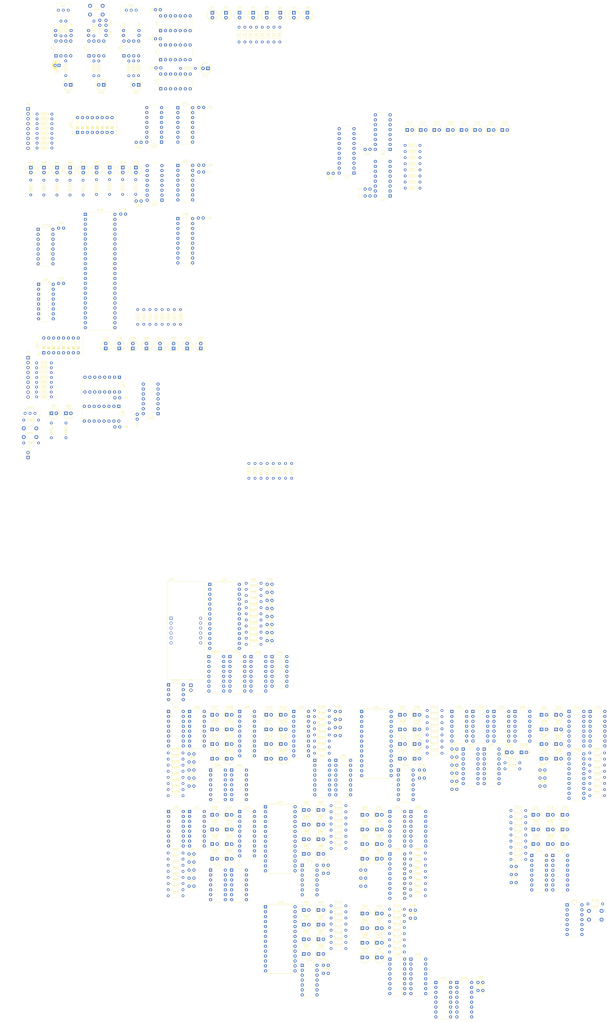
<source format=kicad_pcb>
(kicad_pcb (version 20221018) (generator pcbnew)
  (title_block (title "8-bit CPU") (date "2023-12-23") (rev "1.0") (company "TBR Designs"))
  (layers (0 "F.Cu" signal) (31 "B.Cu" signal) (34 "B.Paste" user) (35 "F.Paste" user) (36 "B.SilkS" user "B.Silkscreen") (37 "F.SilkS" user "F.Silkscreen") (38 "B.Mask" user) (39 "F.Mask" user) (44 "Edge.Cuts" user))
  (net 0 "")
  (net 1 "+5V")
  (net 2 "GND")
  (net 3 "Net-(U4-THR)")
  (net 4 "Net-(U4-CV)")
  (net 5 "Net-(U5-CV)")
  (net 6 "Net-(U5-DIS)")
  (net 7 "Net-(U6-CV)")
  (net 8 "/A register/RESET")
  (net 9 "Net-(U32C-VCC)")
  (net 10 "Net-(U33C-VCC)")
  (net 11 "Net-(U34-THR)")
  (net 12 "Net-(U34-CV)")
  (net 13 "Net-(D1-A)")
  (net 14 "Net-(D2-A)")
  (net 15 "Net-(D3-A)")
  (net 16 "Net-(D4-A)")
  (net 17 "Net-(D5-A)")
  (net 18 "Net-(D6-A)")
  (net 19 "Net-(D7-A)")
  (net 20 "Net-(D8-A)")
  (net 21 "Net-(D9-A)")
  (net 22 "Net-(D10-A)")
  (net 23 "Net-(D11-A)")
  (net 24 "Net-(D12-A)")
  (net 25 "Net-(D13-A)")
  (net 26 "Net-(D14-A)")
  (net 27 "Net-(D15-A)")
  (net 28 "Net-(D16-A)")
  (net 29 "Net-(D17-A)")
  (net 30 "Net-(D18-A)")
  (net 31 "Net-(D19-A)")
  (net 32 "Net-(D20-A)")
  (net 33 "Net-(D21-A)")
  (net 34 "Net-(D22-A)")
  (net 35 "Net-(D23-A)")
  (net 36 "Net-(D24-A)")
  (net 37 "Net-(D25-A)")
  (net 38 "Net-(D26-A)")
  (net 39 "Net-(D27-A)")
  (net 40 "Net-(D28-A)")
  (net 41 "Net-(D29-A)")
  (net 42 "Net-(D30-A)")
  (net 43 "Net-(D31-A)")
  (net 44 "Net-(D32-A)")
  (net 45 "Net-(D33-A)")
  (net 46 "Net-(D34-A)")
  (net 47 "Net-(D35-A)")
  (net 48 "Net-(D36-A)")
  (net 49 "Net-(D37-A)")
  (net 50 "Net-(D38-A)")
  (net 51 "Net-(D39-A)")
  (net 52 "Net-(D40-A)")
  (net 53 "Net-(D41-A)")
  (net 54 "Net-(D42-A)")
  (net 55 "Net-(D43-A)")
  (net 56 "Net-(D44-A)")
  (net 57 "Net-(D45-A)")
  (net 58 "Net-(D46-A)")
  (net 59 "Net-(D47-A)")
  (net 60 "Net-(D48-A)")
  (net 61 "Net-(D49-A)")
  (net 62 "Net-(D50-A)")
  (net 63 "Net-(D51-A)")
  (net 64 "Net-(D52-A)")
  (net 65 "Net-(D53-A)")
  (net 66 "Net-(D54-K)")
  (net 67 "Net-(D54-A)")
  (net 68 "Net-(D55-K)")
  (net 69 "/RAM/RAM address/PROGRAMMING_MODE")
  (net 70 "Net-(D56-A)")
  (net 71 "Net-(D57-A)")
  (net 72 "Net-(D58-A)")
  (net 73 "Net-(D59-A)")
  (net 74 "Net-(D60-A)")
  (net 75 "Net-(D61-A)")
  (net 76 "Net-(D62-A)")
  (net 77 "Net-(D63-A)")
  (net 78 "Net-(D64-A)")
  (net 79 "Net-(D65-A)")
  (net 80 "Net-(D66-A)")
  (net 81 "Net-(D67-A)")
  (net 82 "Net-(D68-A)")
  (net 83 "Net-(D69-A)")
  (net 84 "Net-(D70-A)")
  (net 85 "Net-(D71-A)")
  (net 86 "Net-(D72-K)")
  (net 87 "/Control logic/Left Microcode EEPROM/MS_2")
  (net 88 "Net-(D73-K)")
  (net 89 "/Control logic/Left Microcode EEPROM/MS_1")
  (net 90 "Net-(D74-K)")
  (net 91 "/Control logic/Left Microcode EEPROM/MS_0")
  (net 92 "Net-(D75-K)")
  (net 93 "Net-(D75-A)")
  (net 94 "Net-(D76-K)")
  (net 95 "Net-(D76-A)")
  (net 96 "Net-(D77-K)")
  (net 97 "Net-(D77-A)")
  (net 98 "Net-(D78-K)")
  (net 99 "Net-(D78-A)")
  (net 100 "Net-(D79-K)")
  (net 101 "Net-(D79-A)")
  (net 102 "Net-(D80-K)")
  (net 103 "Net-(D80-A)")
  (net 104 "Net-(D81-A)")
  (net 105 "Net-(D82-A)")
  (net 106 "Net-(D83-A)")
  (net 107 "Net-(D84-A)")
  (net 108 "Net-(D85-A)")
  (net 109 "Net-(D86-A)")
  (net 110 "Net-(D87-A)")
  (net 111 "Net-(D88-A)")
  (net 112 "Net-(D89-A)")
  (net 113 "Net-(D90-A)")
  (net 114 "Net-(D91-A)")
  (net 115 "Net-(D92-A)")
  (net 116 "Net-(D93-A)")
  (net 117 "Net-(D94-A)")
  (net 118 "Net-(D95-A)")
  (net 119 "Net-(D96-A)")
  (net 120 "Net-(D97-A)")
  (net 121 "Net-(D98-A)")
  (net 122 "Net-(D99-A)")
  (net 123 "Net-(D100-A)")
  (net 124 "Net-(D101-A)")
  (net 125 "Net-(D102-A)")
  (net 126 "Net-(D103-A)")
  (net 127 "Net-(D104-A)")
  (net 128 "Net-(D105-K)")
  (net 129 "/CPU flags/ZERO_FLAG")
  (net 130 "Net-(D106-K)")
  (net 131 "/CPU flags/CARRY_FLAG")
  (net 132 "Net-(D107-A)")
  (net 133 "Net-(D108-A)")
  (net 134 "Net-(D109-A)")
  (net 135 "Net-(D110-A)")
  (net 136 "Net-(D111-A)")
  (net 137 "Net-(D112-A)")
  (net 138 "Net-(D113-A)")
  (net 139 "Net-(D114-A)")
  (net 140 "Net-(D115-A)")
  (net 141 "Net-(D116-A)")
  (net 142 "Net-(D117-A)")
  (net 143 "Net-(D118-A)")
  (net 144 "Net-(D119-A)")
  (net 145 "Net-(D120-A)")
  (net 146 "Net-(D121-A)")
  (net 147 "Net-(D122-A)")
  (net 148 "Net-(J1-Pin_2)")
  (net 149 "Net-(J1-Pin_3)")
  (net 150 "Net-(J1-Pin_4)")
  (net 151 "Net-(J1-Pin_5)")
  (net 152 "Net-(J1-Pin_6)")
  (net 153 "Net-(J1-Pin_7)")
  (net 154 "Net-(J1-Pin_8)")
  (net 155 "Net-(J1-Pin_9)")
  (net 156 "Net-(J2-Pin_2)")
  (net 157 "Net-(J2-Pin_3)")
  (net 158 "Net-(J2-Pin_4)")
  (net 159 "Net-(J2-Pin_5)")
  (net 160 "Net-(J2-Pin_6)")
  (net 161 "Net-(J2-Pin_7)")
  (net 162 "Net-(J2-Pin_8)")
  (net 163 "Net-(J2-Pin_9)")
  (net 164 "Net-(J3-Pin_2)")
  (net 165 "/Output/2_COMPLEMENT")
  (net 166 "/BUS_7")
  (net 167 "/BUS_6")
  (net 168 "/BUS_5")
  (net 169 "/BUS_4")
  (net 170 "/BUS_3")
  (net 171 "/BUS_2")
  (net 172 "/BUS_1")
  (net 173 "/BUS_0")
  (net 174 "/Clock/ASTABLE_OUTPUT")
  (net 175 "Net-(U4-DIS)")
  (net 176 "Net-(R19-Pad2)")
  (net 177 "Net-(U5-TR)")
  (net 178 "/Clock/MONOSTABLE_OUTPUT")
  (net 179 "/A register/CLOCK")
  (net 180 "Net-(SW2-A)")
  (net 181 "Net-(SW2-C)")
  (net 182 "/Clock/BISTABLE_OUTPUT")
  (net 183 "/A register/A_7")
  (net 184 "/A register/A_6")
  (net 185 "/A register/A_5")
  (net 186 "/A register/A_4")
  (net 187 "/A register/A_3")
  (net 188 "/A register/A_2")
  (net 189 "/A register/A_1")
  (net 190 "/A register/A_0")
  (net 191 "/ALU/B_7")
  (net 192 "/ALU/B_6")
  (net 193 "/ALU/B_5")
  (net 194 "/ALU/B_4")
  (net 195 "/ALU/B_3")
  (net 196 "/ALU/B_2")
  (net 197 "/ALU/B_1")
  (net 198 "/ALU/B_0")
  (net 199 "/ALU/ALU_7")
  (net 200 "/ALU/ALU_6")
  (net 201 "/ALU/ALU_5")
  (net 202 "/ALU/ALU_4")
  (net 203 "/ALU/ALU_3")
  (net 204 "/ALU/ALU_2")
  (net 205 "/ALU/ALU_1")
  (net 206 "/ALU/ALU_0")
  (net 207 "Net-(U18-A8)")
  (net 208 "Net-(U18-A7)")
  (net 209 "Net-(U18-A6)")
  (net 210 "Net-(U18-A5)")
  (net 211 "Net-(U18-A4)")
  (net 212 "Net-(U18-A3)")
  (net 213 "Net-(U18-A2)")
  (net 214 "Net-(U18-A1)")
  (net 215 "/RAM/RAM address/ARB_STACK_ADDRESS")
  (net 216 "/RAM/RAM address/ARB_RAM_ADDRESS_7")
  (net 217 "/RAM/RAM address/RAM_ADDRESS_6")
  (net 218 "/RAM/RAM address/RAM_ADDRESS_5")
  (net 219 "/RAM/RAM address/RAM_ADDRESS_4")
  (net 220 "/RAM/RAM address/RAM_ADDRESS_3")
  (net 221 "/RAM/RAM address/RAM_ADDRESS_2")
  (net 222 "/RAM/RAM address/RAM_ADDRESS_1")
  (net 223 "/RAM/RAM address/RAM_ADDRESS_0")
  (net 224 "Net-(U29-B8)")
  (net 225 "Net-(U29-B7)")
  (net 226 "Net-(U29-B6)")
  (net 227 "Net-(U29-B5)")
  (net 228 "Net-(U29-B4)")
  (net 229 "Net-(U29-B3)")
  (net 230 "Net-(U29-B2)")
  (net 231 "Net-(U29-B1)")
  (net 232 "Net-(U34-DIS)")
  (net 233 "Net-(U35-g)")
  (net 234 "Net-(U37-D0)")
  (net 235 "Net-(U35-f)")
  (net 236 "Net-(U37-D1)")
  (net 237 "Net-(U35-e)")
  (net 238 "Net-(U37-D2)")
  (net 239 "Net-(U35-d)")
  (net 240 "Net-(U37-D3)")
  (net 241 "Net-(U35-c)")
  (net 242 "Net-(U37-D4)")
  (net 243 "Net-(U35-b)")
  (net 244 "Net-(U37-D5)")
  (net 245 "Net-(U35-a)")
  (net 246 "Net-(U37-D6)")
  (net 247 "Net-(U35-DPX)")
  (net 248 "Net-(U37-D7)")
  (net 249 "Net-(U39-Q3)")
  (net 250 "Net-(U39-Q2)")
  (net 251 "/Control logic/INSTRUCTION_5")
  (net 252 "/Control logic/INSTRUCTION_4")
  (net 253 "/Control logic/INSTRUCTION_3")
  (net 254 "/Control logic/INSTRUCTION_2")
  (net 255 "/Control logic/INSTRUCTION_1")
  (net 256 "/Control logic/INSTRUCTION_0")
  (net 257 "Net-(R115-Pad1)")
  (net 258 "Net-(U47-D0)")
  (net 259 "Net-(U47-D1)")
  (net 260 "Net-(U47-D2)")
  (net 261 "Net-(U47-D3)")
  (net 262 "Net-(U47-D4)")
  (net 263 "Net-(U47-D5)")
  (net 264 "/Control logic/RAM_INPUT")
  (net 265 "/Control logic/COUNT_ENABLE")
  (net 266 "Net-(U49-D0)")
  (net 267 "Net-(U49-D1)")
  (net 268 "Net-(U49-D2)")
  (net 269 "Net-(U49-D3)")
  (net 270 "Net-(U49-D4)")
  (net 271 "Net-(U49-D5)")
  (net 272 "/Clock/HALT")
  (net 273 "/ALU/SUBTRACT")
  (net 274 "Net-(U51-D0)")
  (net 275 "/Control logic/X_INPUT")
  (net 276 "Net-(U51-D2)")
  (net 277 "/Control logic/STACK_ADDRESS")
  (net 278 "/Control logic/POP_STACK")
  (net 279 "/Control logic/PUSH_STACK")
  (net 280 "/Control logic/DEC")
  (net 281 "/Control logic/INC")
  (net 282 "/CPU flags/X_7")
  (net 283 "/CPU flags/X_6")
  (net 284 "/CPU flags/X_5")
  (net 285 "/CPU flags/X_4")
  (net 286 "/CPU flags/X_3")
  (net 287 "/CPU flags/X_2")
  (net 288 "/CPU flags/X_1")
  (net 289 "/CPU flags/X_0")
  (net 290 "Net-(U63-A8)")
  (net 291 "Net-(U63-A7)")
  (net 292 "Net-(U63-A6)")
  (net 293 "Net-(U63-A5)")
  (net 294 "Net-(U63-A4)")
  (net 295 "Net-(U63-A3)")
  (net 296 "Net-(U63-A2)")
  (net 297 "Net-(U63-A1)")
  (net 299 "/Clock/ASTABLE_CLOCK")
  (net 300 "/Clock/~{BISTABLE_OUTPUT}")
  (net 301 "/Clock/MONOSTABLE_CLOCK")
  (net 302 "/Clock/SELECTED_CLOCK")
  (net 303 "/Clock/~{HALT}")
  (net 305 "/Clock/~{CLOCK}")
  (net 312 "/A register/~{A_OUTPUT}")
  (net 313 "/A register/~{A_INPUT}")
  (net 314 "/B register/~{B_OUTPUT}")
  (net 315 "/B register/~{B_INPUT}")
  (net 316 "Net-(U16-B0)")
  (net 317 "Net-(U16-B1)")
  (net 318 "Net-(U16-B2)")
  (net 319 "Net-(U16-B3)")
  (net 320 "Net-(U17-B0)")
  (net 321 "Net-(U17-B1)")
  (net 322 "Net-(U17-B2)")
  (net 323 "Net-(U17-B3)")
  (net 324 "/ALU/~{ALU_OUTPUT}")
  (net 325 "Net-(U16-C_{IN})")
  (net 326 "/ALU/ALU_CARRY_OUT")
  (net 327 "/Control logic/~{RAM_OUTPUT}")
  (net 328 "/RAM/RAM logic/~{RAM_WRITE_ENABLE}")
  (net 331 "/RAM/RAM write value/RAM_WRITE_VALUE_0")
  (net 332 "/RAM/RAM write value/RAM_WRITE_VALUE_1")
  (net 333 "/RAM/RAM write value/RAM_WRITE_VALUE_2")
  (net 334 "/RAM/RAM write value/RAM_WRITE_VALUE_3")
  (net 335 "/RAM/RAM write value/RAM_WRITE_VALUE_4")
  (net 336 "/RAM/RAM write value/RAM_WRITE_VALUE_5")
  (net 337 "/RAM/RAM write value/RAM_WRITE_VALUE_6")
  (net 338 "/RAM/RAM write value/RAM_WRITE_VALUE_7")
  (net 341 "/RAM/RAM logic/~{RAM_READ_ENABLE}")
  (net 342 "Net-(U20-Q0)")
  (net 343 "Net-(U20-Q1)")
  (net 344 "Net-(U20-Q2)")
  (net 345 "Net-(U20-Q3)")
  (net 346 "/Control logic/~{RAM_ADDDRESS_INPUT}")
  (net 347 "Net-(U21-Q0)")
  (net 348 "Net-(U21-Q1)")
  (net 349 "Net-(U21-Q2)")
  (net 350 "Net-(U21-Q3)")
  (net 351 "/RAM/RAM address/RAM_ADDRESS_7")
  (net 352 "Net-(U26-Pad3)")
  (net 353 "Net-(U28-1A)")
  (net 354 "Net-(U27-~{A}{slash}B)")
  (net 355 "/Control logic/~{STACK_ADDRESS}")
  (net 361 "/Control logic/~{COUNTER_OUTPUT}")
  (net 362 "/Control logic/~{RESET}")
  (net 363 "/Control logic/~{JUMP}")
  (net 364 "Net-(U30-TE)")
  (net 366 "/Output/A0")
  (net 369 "/Output/A1")
  (net 370 "Net-(U32A-C)")
  (net 371 "Net-(U33A-Y0)")
  (net 372 "Net-(U33A-Y1)")
  (net 373 "Net-(U33A-Y2)")
  (net 374 "Net-(U33A-Y3)")
  (net 379 "Net-(U36-Q0)")
  (net 380 "Net-(U36-Q1)")
  (net 381 "Net-(U36-Q2)")
  (net 382 "Net-(U36-Q3)")
  (net 383 "/Control logic/~{OUTPUT_INPUT}")
  (net 385 "Net-(U37-A7)")
  (net 386 "Net-(U37-A6)")
  (net 387 "Net-(U37-A5)")
  (net 388 "Net-(U37-A4)")
  (net 390 "/Control logic/~{INSTRUCTION_INPUT}")
  (net 391 "Net-(U44-Y6)")
  (net 392 "Net-(U41-Pad3)")
  (net 393 "Net-(U45-MR)")
  (net 394 "/Control logic/EEPROM address buffer/EEPROM_7")
  (net 395 "/Control logic/EEPROM address buffer/EEPROM_8")
  (net 396 "/Control logic/EEPROM address buffer/EEPROM_9")
  (net 397 "/Control logic/EEPROM address buffer/EEPROM_10")
  (net 398 "/Control logic/EEPROM address buffer/EEPROM_3")
  (net 399 "/Control logic/EEPROM address buffer/EEPROM_4")
  (net 400 "/Control logic/EEPROM address buffer/EEPROM_5")
  (net 401 "/Control logic/EEPROM address buffer/EEPROM_6")
  (net 407 "/CPU flags/~{FLAGS_INPUT}")
  (net 412 "/Control logic/~{STACK_OUTPUT}")
  (net 414 "/Control logic/~{X_OUTPUT}")
  (net 417 "Net-(U52-Pad1)")
  (net 418 "Net-(U52-Pad4)")
  (net 419 "Net-(U52-Pad10)")
  (net 420 "Net-(U52-Pad13)")
  (net 421 "Net-(U53-Pad3)")
  (net 422 "Net-(U53-Pad10)")
  (net 423 "/CPU flags/ALU_ZERO")
  (net 428 "Net-(U54-4Y)")
  (net 429 "/CPU flags/X_ZERO")
  (net 430 "Net-(U55-Pad1)")
  (net 431 "Net-(U55-Pad2)")
  (net 432 "Net-(U55-Pad3)")
  (net 433 "Net-(U55-Pad4)")
  (net 434 "Net-(U55-Pad5)")
  (net 435 "Net-(U55-Pad10)")
  (net 439 "/X Register/INC_X")
  (net 440 "/X Register/DEC_X")
  (net 441 "/Stack/INC_STACK")
  (net 442 "/Stack/DEC_STACK")
  (net 443 "/X Register/X_INPUT_TRG")
  (net 447 "Net-(U61-CPD)")
  (net 448 "Net-(U61-CPU)")
  (net 451 "Net-(U64-CPD)")
  (net 452 "Net-(U64-CPU)")
  (footprint "LED_THT:LED_D5.0mm" (layer "F.Cu") (at 143.78 409.1)
    (fp_text reference "D121")
    (fp_text value "YELLOW")
  )
  (footprint "Resistor_THT:R_Axial_DIN0204_L3.6mm_D1.6mm_P7.62mm_Horizontal" (layer "F.Cu") (at 137.95 264.5 90)
    (fp_text reference "R10")
    (fp_text value "10k")
  )
  (footprint "Package_DIP:DIP-14_W7.62mm" (layer "F.Cu") (at 162.33 464.05)
    (fp_text reference "U46")
    (fp_text value "74HCT04")
  )
  (footprint "Resistor_THT:R_Axial_DIN0204_L3.6mm_D1.6mm_P7.62mm_Horizontal" (layer "F.Cu") (at 22.36 118.335 90)
    (fp_text reference "R67")
    (fp_text value "220R")
  )
  (footprint "LED_THT:LED_D5.0mm" (layer "F.Cu") (at 115.93 453.15)
    (fp_text reference "D33")
    (fp_text value "RED")
  )
  (footprint "LED_THT:LED_D5.0mm" (layer "F.Cu") (at 220.23 386.45)
    (fp_text reference "D98")
    (fp_text value "BLUE")
  )
  (footprint "LED_THT:LED_D5.0mm" (layer "F.Cu") (at 212.73 386.45)
    (fp_text reference "D97")
    (fp_text value "BLUE")
  )
  (footprint "Resistor_THT:R_Axial_DIN0204_L3.6mm_D1.6mm_P7.62mm_Horizontal" (layer "F.Cu") (at 177.18 445.95)
    (fp_text reference "R129")
    (fp_text value "220R")
  )
  (footprint "Resistor_THT:R_Axial_DIN0204_L3.6mm_D1.6mm_P7.62mm_Horizontal" (layer "F.Cu") (at 310.55 425.05)
    (fp_text reference "R41")
    (fp_text value "220R")
  )
  (footprint "LED_THT:LED_D5.0mm" (layer "F.Cu") (at 296.47 445.6)
    (fp_text reference "D77")
    (fp_text value "GREEN")
  )
  (footprint "Resistor_THT:R_Axial_DIN0204_L3.6mm_D1.6mm_P7.62mm_Horizontal" (layer "F.Cu") (at 93.23 457.75)
    (fp_text reference "R43")
    (fp_text value "220R")
  )
  (footprint "01_my_library:C_Disc_D4.0mm_W2.6mm_P2.50mm" (layer "F.Cu") (at 197.25 115.375 180)
    (fp_text reference "C13")
    (fp_text value "10n")
  )
  (footprint "Resistor_THT:R_Axial_DIN0204_L3.6mm_D1.6mm_P7.62mm_Horizontal" (layer "F.Cu") (at 310.55 415.6)
    (fp_text reference "R38")
    (fp_text value "220R")
  )
  (footprint "LED_THT:LED_D5.0mm" (layer "F.Cu") (at 212.73 394)
    (fp_text reference "D99")
    (fp_text value "BLUE")
  )
  (footprint "Resistor_THT:R_Axial_DIN0204_L3.6mm_D1.6mm_P7.62mm_Horizontal" (layer "F.Cu") (at 269.9 442.15)
    (fp_text reference "R118")
    (fp_text value "220R")
  )
  (footprint "Resistor_THT:R_Axial_DIN0204_L3.6mm_D1.6mm_P7.62mm_Horizontal" (layer "F.Cu") (at 215.38 102.275)
    (fp_text reference "R30")
    (fp_text value "220R")
  )
  (footprint "01_my_library:C_Disc_D4.0mm_W2.6mm_P2.50mm" (layer "F.Cu") (at 109 103.03)
    (fp_text reference "C28")
    (fp_text value "100n")
  )
  (footprint "01_my_library:C_Disc_D4.0mm_W2.6mm_P2.50mm" (layer "F.Cu") (at 108.75 130.25)
    (fp_text reference "C25")
    (fp_text value "100n")
  )
  (footprint "LED_THT:LED_D5.0mm" (layer "F.Cu") (at 285.7 394)
    (fp_text reference "D23")
    (fp_text value "RED")
  )
  (footprint "Package_DIP:DIP-16_W7.62mm" (layer "F.Cu") (at 179.63 409.95)
    (fp_text reference "U65")
    (fp_text value "74HCT193")
  )
  (footprint "LED_THT:LED_D5.0mm" (layer "F.Cu") (at 143.78 394)
    (fp_text reference "D117")
    (fp_text value "YELLOW")
  )
  (footprint "LED_THT:LED_D5.0mm" (layer "F.Cu") (at 151.28 401.55)
    (fp_text reference "D120")
    (fp_text value "YELLOW")
  )
  (footprint "Package_DIP:DIP-48_W15.24mm" (layer "F.Cu") (at 50.51 128.4)
    (fp_text reference "U19")
    (fp_text value "7130")
  )
  (footprint "LED_THT:LED_D5.0mm" (layer "F.Cu") (at 216.46 84.875)
    (fp_text reference "D13")
    (fp_text value "RED")
  )
  (footprint "LED_THT:LED_D5.0mm" (layer "F.Cu") (at 116 24.4 -90)
    (fp_text reference "D1")
    (fp_text value "RED")
  )
  (footprint "Resistor_THT:R_Axial_DIN0204_L3.6mm_D1.6mm_P7.62mm_Horizontal" (layer "F.Cu") (at 207.33 486.75)
    (fp_text reference "R107")
    (fp_text value "220R")
  )
  (footprint "01_my_library:C_Disc_D4.0mm_W2.6mm_P2.50mm" (layer "F.Cu") (at 178.25 107.25 180)
    (fp_text reference "C14")
    (fp_text value "100n")
  )
  (footprint "LED_THT:LED_D5.0mm" (layer "F.Cu") (at 137 24.425 -90)
    (fp_text reference "D4")
    (fp_text value "RED")
  )
  (footprint "LED_THT:LED_D5.0mm" (layer "F.Cu") (at 200.83 438.05)
    (fp_text reference "D57")
    (fp_text value "GREEN")
  )
  (footprint "Resistor_THT:R_Axial_DIN0204_L3.6mm_D1.6mm_P7.62mm_Horizontal" (layer "F.Cu") (at 25.44 212.5)
    (fp_text reference "R76")
    (fp_text value "10k")
  )
  (footprint "Resistor_THT:R_Axial_DIN0204_L3.6mm_D1.6mm_P7.62mm_Horizontal" (layer "F.Cu") (at 93.23 473.5)
    (fp_text reference "R48")
    (fp_text value "220R")
  )
  (footprint "Resistor_THT:R_Axial_DIN0204_L3.6mm_D1.6mm_P7.62mm_Horizontal" (layer "F.Cu") (at 147.4 264.5 90)
    (fp_text reference "R13")
    (fp_text value "10k")
  )
  (footprint "01_my_library:C_Disc_D4.0mm_W2.6mm_P2.50mm" (layer "F.Cu") (at 144.23 319.15)
    (fp_text reference "C40")
    (fp_text value "100n")
  )
  (footprint "LED_THT:LED_D5.0mm" (layer "F.Cu") (at 163.18 450.65)
    (fp_text reference "D85")
    (fp_text value "BLUE")
  )
  (footprint "Package_DIP:DIP-20_W7.62mm" (layer "F.Cu") (at 299.85 406.65)
    (fp_text reference "U10")
    (fp_text value "74HCT245")
  )
  (footprint "LED_THT:LED_D5.0mm" (layer "F.Cu") (at 293.2 409.1)
    (fp_text reference "D28")
    (fp_text value "RED")
  )
  (footprint "Resistor_THT:R_Axial_DIN0204_L3.6mm_D1.6mm_P7.62mm_Horizontal" (layer "F.Cu") (at 310.55 421.9)
    (fp_text reference "R40")
    (fp_text value "220R")
  )
  (footprint "Resistor_THT:R_Axial_DIN0204_L3.6mm_D1.6mm_P7.62mm_Horizontal" (layer "F.Cu") (at 96.4 177.5 -90)
    (fp_text reference "R57")
    (fp_text value "220R")
  )
  (footprint "LED_THT:LED_D5.0mm" (layer "F.Cu") (at 163.18 494.7)
    (fp_text reference "D91")
    (fp_text value "BLUE")
  )
  (footprint "Resistor_THT:R_Axial_DIN0204_L3.6mm_D1.6mm_P7.62mm_Horizontal" (layer "F.Cu") (at 49.36 118.395 90)
    (fp_text reference "R71")
    (fp_text value "220R")
  )
  (footprint "LED_THT:LED_D5.0mm" (layer "F.Cu") (at 244.46 84.875)
    (fp_text reference "D17")
    (fp_text value "RED")
  )
  (footprint "Resistor_THT:R_Axial_DIN0204_L3.6mm_D1.6mm_P7.62mm_Horizontal" (layer "F.Cu") (at 177.18 436.5)
    (fp_text reference "R126")
    (fp_text value "220R")
  )
  (footprint "01_my_library:C_Disc_D4.0mm_W2.6mm_P2.50mm" (layer "F.Cu") (at 192.53 466.55)
    (fp_text reference "C37")
    (fp_text value "100n")
  )
  (footprint "LED_THT:LED_D5.0mm" (layer "F.Cu") (at 212.73 401.55)
    (fp_text reference "D101")
    (fp_text value "BLUE")
  )
  (footprint "01_my_library:C_Disc_D4.0mm_W2.6mm_P2.50mm" (layer "F.Cu") (at 79.25 121.53 180)
    (fp_text reference "C30")
    (fp_text value "100n")
  )
  (footprint "Resistor_THT:R_Axial_DIN0204_L3.6mm_D1.6mm_P7.62mm_Horizontal" (layer "F.Cu") (at 93.23 476.65)
    (fp_text reference "R49")
    (fp_text value "220R")
  )
  (footprint "Package_DIP:DIP-28_W15.24mm_Socket" (layer "F.Cu") (at 114.66 319.2)
    (fp_text reference "U37")
    (fp_text value "AT28C64B")
  )
  (footprint "01_my_library:C_Disc_D4.0mm_W2.6mm_P2.50mm" (layer "F.Cu") (at 68.25 238 180)
    (fp_text reference "C36")
    (fp_text value "100n")
  )
  (footprint "Package_DIP:DIP-16_W7.62mm" (layer "F.Cu") (at 125.06 356.45)
    (fp_text reference "U36")
    (fp_text value "74HCT173")
  )
  (footprint "LED_THT:LED_D5.0mm" (layer "F.Cu") (at 200.83 453.15)
    (fp_text reference "D61")
    (fp_text value "GREEN")
  )
  (footprint "Resistor_THT:R_Axial_DIN0204_L3.6mm_D1.6mm_P7.62mm_Horizontal" (layer "F.Cu") (at 215.38 114.875)
    (fp_text reference "R34")
    (fp_text value "220R")
  )
  (footprint "LED_THT:LED_D5.0mm" (layer "F.Cu") (at 59.955 61.595 180)
    (fp_text reference "D10")
    (fp_text value "YELLOW")
  )
  (footprint "Package_DIP:DIP-16_W7.62mm" (layer "F.Cu") (at 135.91 356.45)
    (fp_text reference "U38")
    (fp_text value "74HCT173")
  )
  (footprint "Resistor_THT:R_Axial_DIN0204_L3.6mm_D1.6mm_P7.62mm_Horizontal" (layer "F.Cu") (at 25.63 81.655)
    (fp_text reference "R61")
    (fp_text value "10k")
  )
  (footprint "01_my_library:C_Disc_D4.0mm_W2.6mm_P2.50mm" (layer "F.Cu") (at 35.18 36.095 90)
    (fp_text reference "C1")
    (fp_text value "100n")
  )
  (footprint "Resistor_THT:R_Axial_DIN0204_L3.6mm_D1.6mm_P7.62mm_Horizontal" (layer "F.Cu") (at 93.23 409.3)
    (fp_text reference "R152")
    (fp_text value "220R")
  )
  (footprint "Resistor_THT:R_Axial_DIN0204_L3.6mm_D1.6mm_P7.62mm_Horizontal" (layer "F.Cu") (at 215.38 108.575)
    (fp_text reference "R32")
    (fp_text value "220R")
  )
  (footprint "LED_THT:LED_D5.0mm" (layer "F.Cu") (at 193.33 445.6)
    (fp_text reference "D58")
    (fp_text value "GREEN")
  )
  (footprint "Resistor_THT:R_Axial_DIN0204_L3.6mm_D1.6mm_P7.62mm_Horizontal" (layer "F.Cu") (at 25.63 89.155)
    (fp_text reference "R64")
    (fp_text value "10k")
  )
  (footprint "Package_DIP:DIP-16_W7.62mm" (layer "F.Cu") (at 26.38 164.46)
    (fp_text reference "U25")
    (fp_text value "74HCT157")
  )
  (footprint "Resistor_THT:R_Axial_DIN0204_L3.6mm_D1.6mm_P7.62mm_Horizontal" (layer "F.Cu") (at 93.23 406.15)
    (fp_text reference "R151")
    (fp_text value "220R")
  )
  (footprint "Resistor_THT:R_Axial_DIN0204_L3.6mm_D1.6mm_P7.62mm_Horizontal" (layer "F.Cu") (at 177.18 491.25)
    (fp_text reference "R135")
    (fp_text value "220R")
  )
  (footprint "LED_THT:LED_D5.0mm" (layer "F.Cu") (at 293.2 394)
    (fp_text reference "D24")
    (fp_text value "RED")
  )
  (footprint "Package_DIP:DIP-14_W7.62mm" (layer "F.Cu") (at 115.08 414.95)
    (fp_text reference "U58")
    (fp_text value "74HCT00")
  )
  (footprint "Resistor_THT:R_Axial_DIN0204_L3.6mm_D1.6mm_P7.62mm_Horizontal" (layer "F.Cu") (at 218.18 470.35)
    (fp_text reference "R92")
    (fp_text value "220R")
  )
  (footprint "Package_DIP:DIP-16_W7.62mm" (layer "F.Cu") (at 26.2 136.125)
    (fp_text reference "U24")
    (fp_text value "74HCT157")
  )
  (footprint "Package_DIP:DIP-16_W7.62mm" (layer "F.Cu") (at 89.8 91.125 180)
    (fp_text reference "U23")
    (fp_text value "74HCT157")
  )
  (footprint "LED_THT:LED_D5.0mm" (layer "F.Cu") (at 115.93 445.6)
    (fp_text reference "D31")
    (fp_text value "RED")
  )
  (footprint "Resistor_THT:R_Axial_DIN0204_L3.6mm_D1.6mm_P7.62mm_Horizontal" (layer "F.Cu") (at 75.43 49.285 -90)
    (fp_text reference "R26")
    (fp_text value "220R")
  )
  (footprint "Resistor_THT:R_Axial_DIN0204_L3.6mm_D1.6mm_P7.62mm_Horizontal" (layer "F.Cu") (at 133.46 324.95)
    (fp_text reference "R98")
    (fp_text value "220R")
  )
  (footprint "Button_Switch_THT:SW_PUSH_6mm" (layer "F.Cu") (at 52.93 20.845)
    (fp_text reference "SW1")
    (fp_text value "Button")
  )
  (footprint "LED_THT:LED_D5.0mm" (layer "F.Cu") (at 89 197.525 90)
    (fp_text reference "D41")
    (fp_text value "RED")
  )
  (footprint "Package_DIP:DIP-16_W7.62mm" (layer "F.Cu") (at 114.21 356.45)
    (fp_text reference "U33")
    (fp_text value "74HCT139")
  )
  (footprint "01_my_library:C_Disc_D4.0mm_W2.6mm_P2.50mm" (layer "F.Cu") (at 78.18 36.095 90)
    (fp_text reference "C12")
    (fp_text value "10n")
  )
  (footprint "LED_THT:LED_D5.0mm" (layer "F.Cu") (at 223.42 84.875)
    (fp_text reference "D14")
    (fp_text value "RED")
  )
  (footprint "LED_THT:LED_D5.0mm" (layer "F.Cu") (at 288.97 445.6)
    (fp_text reference "D76")
    (fp_text value "GREEN")
  )
  (footprint "01_my_library:C_Disc_D4.0mm_W2.6mm_P2.50mm" (layer "F.Cu") (at 197.25 94.875 180)
    (fp_text reference "C15")
    (fp_text value "100n")
  )
  (footprint "Package_DIP:DIP-20_W7.62mm" (layer "F.Cu") (at 189 107.08 180)
    (fp_text reference "U7")
    (fp_text value "74HCT245")
  )
  (footprint "Resistor_THT:R_Axial_DIN0204_L3.6mm_D1.6mm_P7.62mm_Horizontal" (layer "F.Cu") (at 207.33 508.8)
    (fp_text reference "R114")
    (fp_text value "220R")
  )
  (footprint "Package_DIP:DIP-16_W7.62mm" (layer "F.Cu") (at 207.48 512.45)
    (fp_text reference "U39")
    (fp_text value "74HCT173")
  )
  (footprint "Package_DIP:DIP-20_W7.62mm" (layer "F.Cu") (at 157.93 384.75)
    (fp_text reference "U63")
    (fp_text value "74HCT245")
  )
  (footprint "Resistor_THT:R_Axial_DIN0204_L3.6mm_D1.6mm_P7.62mm_Horizontal" (layer "F.Cu") (at 93.23 412.45)
    (fp_text reference "R153")
    (fp_text value "220R")
  )
  (footprint "Resistor_THT:R_Axial_DIN0204_L3.6mm_D1.6mm_P7.62mm_Horizontal" (layer "F.Cu") (at 269.9 457.9)
    (fp_text reference "R123")
    (fp_text value "220R")
  )
  (footprint "LED_THT:LED_D5.0mm" (layer "F.Cu") (at 123.43 401.55)
    (fp_text reference "D112")
    (fp_text value "RED")
  )
  (footprint "01_my_library:C_Disc_D4.0mm_W2.6mm_P2.50mm" (layer "F.Cu") (at 57.93 30.845 90)
    (fp_text reference "C10")
    (fp_text value "100n")
  )
  (footprint "LED_THT:LED_D5.0mm" (layer "F.Cu") (at 103 197.525 90)
    (fp_text reference "D43")
    (fp_text value "RED")
  )
  (footprint "Resistor_THT:R_Axial_DIN0204_L3.6mm_D1.6mm_P7.62mm_Horizontal" (layer "F.Cu") (at 150.75 31.88 -90)
    (fp_text reference "R8")
    (fp_text value "220R")
  )
  (footprint "Resistor_THT:R_Axial_DIN0204_L3.6mm_D1.6mm_P7.62mm_Horizontal" (layer "F.Cu") (at 33 236 -90)
    (fp_text reference "R85")
    (fp_text value "220R")
  )
  (footprint "LED_THT:LED_D5.0mm" (layer "F.Cu") (at 22.43 104.295 -90)
    (fp_text reference "D45")
    (fp_text value "YELLOW")
  )
  (footprint "01_my_library:C_Disc_D4.0mm_W2.6mm_P2.50mm" (layer "F.Cu") (at 173.23 464.05)
    (fp_text reference "C55")
    (fp_text value "100n")
  )
  (footprint "Resistor_THT:R_Axial_DIN0204_L3.6mm_D1.6mm_P7.62mm_Horizontal" (layer "F.Cu") (at 25.38 222.5)
    (fp_text reference "R80")
    (fp_text value "10k")
  )
  (footprint "LED_THT:LED_D5.0mm" (layer "F.Cu") (at 144 24.425 -90)
    (fp_text reference "D5")
    (fp_text value "RED")
  )
  (footprint "Package_DIP:DIP-16_W7.62mm" (layer "F.Cu") (at 242.03 524.5)
    (fp_text reference "U43")
    (fp_text value "74HCT173")
  )
  (footprint "Resistor_THT:R_Axial_DIN0204_L3.6mm_D1.6mm_P7.62mm_Horizontal" (layer "F.Cu") (at 168.63 393.7)
    (fp_text reference "R162")
    (fp_text value "220R")
  )
  (footprint "01_my_library:C_Disc_D4.0mm_W2.6mm_P2.50mm" (layer "F.Cu") (at 144.23 327.45)
    (fp_text reference "C42")
    (fp_text value "100n")
  )
  (footprint "Resistor_THT:R_Axial_DIN0204_L3.6mm_D1.6mm_P7.62mm_Horizontal" (layer "F.Cu") (at 310.55 418.75)
    (fp_text reference "R39")
    (fp_text value "220R")
  )
  (footprint "Resistor_THT:R_Axial_DIN0204_L3.6mm_D1.6mm_P7.62mm_Horizontal" (layer "F.Cu") (at 25.38 207.5)
    (fp_text reference "R78")
    (fp_text value "10k")
  )
  (footprint "Package_DIP:DIP-16_W7.62mm" (layer "F.Cu") (at 245.3 404.15)
    (fp_text reference "U54")
    (fp_text value "74HCT157")
  )
  (footprint "01_my_library:C_Disc_D4.0mm_W2.6mm_P2.50mm" (layer "F.Cu") (at 252.93 528.65)
    (fp_text reference "C51")
    (fp_text value "100n")
  )
  (footprint "01_my_library:C_Disc_D4.0mm_W2.6mm_P2.50mm" (layer "F.Cu") (at 89.43 52.845 180)
    (fp_text reference "C4")
    (fp_text value "100n")
  )
  (footprint "Resistor_THT:R_Axial_DIN0204_L3.6mm_D1.6mm_P7.62mm_Horizontal" (layer "F.Cu") (at 215.38 111.725)
    (fp_text reference "R33")
    (fp_text value "220R")
  )
  (footprint "Resistor_THT:R_Axial_DIN0204_L3.6mm_D1.6mm_P7.62mm_Horizontal" (layer "F.Cu") (at 93.25 177.5 -90)
    (fp_text reference "R56")
    (fp_text value "220R")
  )
  (footprint "Resistor_THT:R_Axial_DIN0204_L3.6mm_D1.6mm_P7.62mm_Horizontal" (layer "F.Cu") (at 310.55 412.45)
    (fp_text reference "R37")
    (fp_text value "220R")
  )
  (footprint "Resistor_THT:R_Axial_DIN0204_L3.6mm_D1.6mm_P7.62mm_Horizontal" (layer "F.Cu") (at 80.65 177.5 -90)
    (fp_text reference "R52")
    (fp_text value "220R")
  )
  (footprint "LED_THT:LED_D5.0mm" (layer "F.Cu") (at 143.78 386.45)
    (fp_text reference "D115")
    (fp_text value "YELLOW")
  )
  (footprint "LED_THT:LED_D5.0mm" (layer "F.Cu") (at 115.93 409.1)
    (fp_text reference "D113")
    (fp_text value "RED")
  )
  (footprint "LED_THT:LED_D5.0mm" (layer "F.Cu") (at 193.33 504.05)
    (fp_text reference "D68")
    (fp_text value "YELLOW")
  )
  (footprint "Resistor_THT:R_Axial_DIN0204_L3.6mm_D1.6mm_P7.62mm_Horizontal" (layer "F.Cu") (at 40.43 28.725 -90)
    (fp_text reference "R18")
    (fp_text value "1k")
  )
  (footprint "LED_THT:LED_D5.0mm" (layer "F.Cu") (at 193.33 438.05)
    (fp_text reference "D56")
    (fp_text value "GREEN")
  )
  (footprint "LED_THT:LED_D5.0mm" (layer "F.Cu") (at 130 24.4 -90)
    (fp_text reference "D3")
    (fp_text value "RED")
  )
  (footprint "01_my_library:C_Disc_D4.0mm_W2.6mm_P2.50mm" (layer "F.Cu") (at 144.23 335.75)
    (fp_text reference "C44")
    (fp_text value "10n")
  )
  (footprint "Resistor_THT:R_Axial_DIN0204_L3.6mm_D1.6mm_P7.62mm_Horizontal" (layer "F.Cu") (at 269.9 461.05)
    (fp_text reference "R124")
    (fp_text value "220R")
  )
  (footprint "Package_DIP:DIP-14_W7.62mm" (layer "F.Cu") (at 125.93 414.95)
    (fp_text reference "U59")
    (fp_text value "74HCT00")
  )
  (footprint "Resistor_THT:R_Axial_DIN0204_L3.6mm_D1.6mm_P7.62mm_Horizontal" (layer "F.Cu") (at 133.46 334.4)
    (fp_text reference "R101")
    (fp_text value "220R")
  )
  (footprint "01_my_library:C_Disc_D4.0mm_W2.6mm_P2.50mm" (layer "F.Cu") (at 239.5 424.9)
    (fp_text reference "C66")
    (fp_text value "100n")
  )
  (footprint "01_my_library:C_Disc_D4.0mm_W2.6mm_P2.50mm" (layer "F.Cu") (at 179.4 384.75)
    (fp_text reference "C72")
    (fp_text value "10n")
  )
  (footprint "Package_DIP:DIP-8_W7.62mm" (layer "F.Cu") (at 93.38 371)
    (fp_text reference "U34")
    (fp_text value "LMC555xN")
  )
  (footprint "01_my_library:C_Disc_D4.0mm_W2.6mm_P2.50mm" (layer "F.Cu") (at 104 414.95)
    (fp_text reference "C69")
    (fp_text value "100n")
  )
  (footprint "Resistor_THT:R_Axial_DIN0204_L3.6mm_D1.6mm_P7.62mm_Horizontal" (layer "F.Cu") (at 310.55 428.2)
    (fp_text reference "R42")
    (fp_text value "220R")
  )
  (footprint "LED_THT:LED_D5.0mm" (layer "F.Cu") (at 212.73 409.1)
    (fp_text reference "D103")
    (fp_text value "BLUE")
  )
  (footprint "Resistor_THT:R_Axial_DIN0204_L3.6mm_D1.6mm_P7.62mm_Horizontal" (layer "F.Cu") (at 269.9 451.6)
    (fp_text reference "R121")
    (fp_text value "220R")
  )
  (footprint "LED_THT:LED_D5.0mm" (layer "F.Cu") (at 193.33 460.7)
    (fp_text reference "D62")
    (fp_text value "GREEN")
  )
  (footprint "Connector_PinSocket_2.54mm:PinSocket_1x09_P2.54mm_Vertical" (layer "F.Cu") (at 21 202.3)
    (fp_text reference "J2")
    (fp_text value "Arduino_Data_Programming_Header")
  )
  (footprint "Resistor_THT:R_Axial_DIN0204_L3.6mm_D1.6mm_P7.62mm_Horizontal" (layer "F.Cu") (at 215.38 99.125)
    (fp_text reference "R29")
    (fp_text value "220R")
  )
  (footprint "LED_THT:LED_D5.0mm" (layer "F.Cu") (at 40.5 231)
    (fp_text reference "D55")
    (fp_text value "RED")
  )
  (footprint "Package_DIP:DIP-14_W7.62mm" (layer "F.Cu") (at 298.87 484.5)
    (fp_text reference "U41")
    (fp_text value "74HCT00")
  )
  (footprint "01_my_library:C_Disc_D4.0mm_W2.6mm_P2.50mm" (layer "F.Cu") (at 79.25 91.25 180)
    (fp_text reference "C31")
    (fp_text value "100n")
  )
  (footprint "01_my_library:C_Disc_D4.0mm_W2.6mm_P2.50mm" (layer "F.Cu") (at 104 470.7)
    (fp_text reference "C23")
    (fp_text value "100n")
  )
  (footprint "LED_THT:LED_D5.0mm" (layer "F.Cu") (at 69.82 104.255 -90)
    (fp_text reference "D52")
    (fp_text value "YELLOW")
  )
  (footprint "Resistor_THT:R_Axial_DIN0204_L3.6mm_D1.6mm_P7.62mm_Horizontal" (layer "F.Cu") (at 218.18 467.2)
    (fp_text reference "R91")
    (fp_text value "220R")
  )
  (footprint "Resistor_THT:R_Axial_DIN0204_L3.6mm_D1.6mm_P7.62mm_Horizontal" (layer "F.Cu") (at 153.7 264.5 90)
    (fp_text reference "R15")
    (fp_text value "10k")
  )
  (footprint "01_my_library:C_Disc_D4.0mm_W2.6mm_P2.50mm" (layer "F.Cu") (at 179.4 397.2)
    (fp_text reference "C75")
    (fp_text value "100n")
  )
  (footprint "Resistor_THT:R_Axial_DIN0204_L3.6mm_D1.6mm_P7.62mm_Horizontal" (layer "F.Cu") (at 25.63 76.655)
    (fp_text reference "R59")
    (fp_text value "10k")
  )
  (footprint "01_my_library:C_Disc_D4.0mm_W2.6mm_P2.50mm" (layer "F.Cu") (at 68.75 128.25)
    (fp_text reference "C26")
    (fp_text value "100n")
  )
  (footprint "Resistor_THT:R_Axial_DIN0204_L3.6mm_D1.6mm_P7.62mm_Horizontal" (layer "F.Cu") (at 266.85 411.2)
    (fp_text reference "R149")
    (fp_text value "220R")
  )
  (footprint "Resistor_THT:R_Axial_DIN0204_L3.6mm_D1.6mm_P7.62mm_Horizontal" (layer "F.Cu") (at 207.33 505.65)
    (fp_text reference "R113")
    (fp_text value "220R")
  )
  (footprint "Package_DIP:DIP-16_W7.62mm" (layer "F.Cu") (at 68.08 212.38 -90)
    (fp_text reference "U27")
    (fp_text value "74HCT157")
  )
  (footprint "01_my_library:C_Disc_D4.0mm_W2.6mm_P2.50mm" (layer "F.Cu") (at 144.23 348.2)
    (fp_text reference "C47")
    (fp_text value "100n")
  )
  (footprint "Resistor_THT:R_Axial_DIN0204_L3.6mm_D1.6mm_P7.62mm_Horizontal" (layer "F.Cu") (at 25.38 210)
    (fp_text reference "R77")
    (fp_text value "10k")
  )
  (footprint "Resistor_THT:R_Axial_DIN0204_L3.6mm_D1.6mm_P7.62mm_Horizontal" (layer "F.Cu") (at 40.43 49.225 -90)
    (fp_text reference "R17")
    (fp_text value "220R")
  )
  (footprint "Resistor_THT:R_Axial_DIN0204_L3.6mm_D1.6mm_P7.62mm_Horizontal" (layer "F.Cu") (at 226.73 390.55)
    (fp_text reference "R143")
    (fp_text value "220R")
  )
  (footprint "LED_THT:LED_D5.0mm" (layer "F.Cu") (at 115.93 386.45)
    (fp_text reference "D107")
    (fp_text value "RED")
  )
  (footprint "Package_DIP:DIP-28_W15.24mm_Socket" (layer "F.Cu") (at 192.93 384.8)
    (fp_text reference "U51")
    (fp_text value "AT28C64B")
  )
  (footprint "LED_THT:LED_D5.0mm" (layer "F.Cu") (at 151.28 386.45)
    (fp_text reference "D116")
    (fp_text value "YELLOW")
  )
  (footprint "Package_DIP:DIP-14_W7.62mm" (layer "F.Cu") (at 89.35 63.645 90)
    (fp_text reference "U3")
    (fp_text value "74HCT32")
  )
  (footprint "LED_THT:LED_D5.0mm" (layer "F.Cu") (at 220.23 409.1)
    (fp_text reference "D104")
    (fp_text value "BLUE")
  )
  (footprint "Resistor_THT:R_Axial_DIN0204_L3.6mm_D1.6mm_P7.62mm_Horizontal" (layer "F.Cu") (at 133.46 331.25)
    (fp_text reference "R100")
    (fp_text value "220R")
  )
  (footprint "Resistor_THT:R_Axial_DIN0204_L3.6mm_D1.6mm_P7.62mm_Horizontal" (layer "F.Cu") (at 56.25 118.105 90)
    (fp_text reference "R72")
    (fp_text value "220R")
  )
  (footprint "Package_DIP:DIP-16_W7.62mm" (layer "F.Cu") (at 299.85 384.75)
    (fp_text reference "U11")
    (fp_text value "74HCT173")
  )
  (footprint "LED_THT:LED_D5.0mm" (layer "F.Cu") (at 96 197.525 90)
    (fp_text reference "D42")
    (fp_text value "RED")
  )
  (footprint "Package_DIP:DIP-16_W7.62mm" (layer "F.Cu") (at 67.78 227.38 -90)
    (fp_text reference "U28")
    (fp_text value "74HCT157")
  )
  (footprint "01_my_library:C_Disc_D4.0mm_W2.6mm_P2.50mm" (layer "F.Cu") (at 36.75 135.5)
    (fp_text reference "C32")
    (fp_text value "100n")
  )
  (footprint "LED_THT:LED_D5.0mm" (layer "F.Cu") (at 170.68 458.2)
    (fp_text reference "D88")
    (fp_text value "BLUE")
  )
  (footprint "LED_THT:LED_D5.0mm" (layer "F.Cu") (at 285.7 401.55)
    (fp_text reference "D25")
    (fp_text value "RED")
  )
  (footprint "Resistor_THT:R_Axial_DIN0204_L3.6mm_D1.6mm_P7.62mm_Horizontal" (layer "F.Cu") (at 207.33 496.2)
    (fp_text reference "R110")
    (fp_text value "220R")
  )
  (footprint "Resistor_THT:R_Axial_DIN0204_L3.6mm_D1.6mm_P7.62mm_Horizontal" (layer "F.Cu") (at 269.9 445.3)
    (fp_text reference "R119")
    (fp_text value "220R")
  )
  (footprint "LED_THT:LED_D5.0mm" (layer "F.Cu") (at 193.33 511.6)
    (fp_text reference "D70")
    (fp_text value "YELLOW")
  )
  (footprint "Package_DIP:DIP-16_W7.62mm" (layer "F.Cu") (at 93.38 436.35)
    (fp_text reference "U16")
    (fp_text value "74HCT283")
  )
  (footprint "01_my_library:C_Disc_D4.0mm_W2.6mm_P2.50mm" (layer "F.Cu") (at 144.23 323.3)
    (fp_text reference "C41")
    (fp_text value "100n")
  )
  (footprint "01_my_library:C_Disc_D4.0mm_W2.6mm_P2.50mm" (layer "F.Cu") (at 173.23 519.8)
    (fp_text reference "C58")
    (fp_text value "100n")
  )
  (footprint "Resistor_THT:R_Axial_DIN0204_L3.6mm_D1.6mm_P7.62mm_Horizontal" (layer "F.Cu") (at 226.73 384.25)
    (fp_text reference "R141")
    (fp_text value "220R")
  )
  (footprint "LED_THT:LED_D5.0mm" (layer "F.Cu") (at 151 24.4 -90)
    (fp_text reference "D6")
    (fp_text value "RED")
  )
  (footprint "LED_THT:LED_D5.0mm" (layer "F.Cu") (at 265.46 84.875)
    (fp_text reference "D20")
    (fp_text value "RED")
  )
  (footprint "Connector_PinSocket_2.54mm:PinSocket_1x02_P2.54mm_Vertical" (layer "F.Cu") (at 104.93 371.25)
    (fp_text reference "J4")
    (fp_text value "2_Complement_Header")
  )
  (footprint "Resistor_THT:R_Axial_DIN0204_L3.6mm_D1.6mm_P7.62mm_Horizontal" (layer "F.Cu") (at 25.63 79.155)
    (fp_text reference "R60")
    (fp_text value "10k")
  )
  (footprint "LED_THT:LED_D5.0mm" (layer "F.Cu") (at 123.43 445.6)
    (fp_text reference "D32")
    (fp_text value "RED")
  )
  (footprint "LED_THT:LED_D5.0mm" (layer "F.Cu") (at 123 24.425 -90)
    (fp_text reference "D2")
    (fp_text value "RED")
  )
  (footprint "Resistor_THT:R_Axial_DIN0204_L3.6mm_D1.6mm_P7.62mm_Horizontal" (layer "F.Cu") (at 144.75 31.88 -90)
    (fp_text reference "R6")
    (fp_text value "220R")
  )
  (footprint "Resistor_THT:R_Axial_DIN0204_L3.6mm_D1.6mm_P7.62mm_Horizontal" (layer "F.Cu") (at 226.73 403.15)
    (fp_text reference "R147")
    (fp_text value "220R")
  )
  (footprint "Package_DIP:DIP-16_W7.62mm" (layer "F.Cu") (at 310.7 384.75)
    (fp_text reference "U12")
    (fp_text value "74HCT173")
  )
  (footprint "LED_THT:LED_D5.0mm" (layer "F.Cu") (at 110 197.54 90)
    (fp_text reference "D44")
    (fp_text value "RED")
  )
  (footprint "01_my_library:C_Disc_D4.0mm_W2.6mm_P2.50mm" (layer "F.Cu") (at 173.23 515.65)
    (fp_text reference "C57")
    (fp_text value "100n")
  )
  (footprint "Button_Switch_THT:SW_PUSH_6mm" (layer "F.Cu") (at 310.12 487.6)
    (fp_text reference "SW7")
    (fp_text value "Button")
  )
  (footprint "Resistor_THT:R_Axial_DIN0204_L3.6mm_D1.6mm_P7.62mm_Horizontal" (layer "F.Cu") (at 269.9 454.75)
    (fp_text reference "R122")
    (fp_text value "220R")
  )
  (footprint "LED_THT:LED_D5.0mm" (layer "F.Cu") (at 165 24.385 -90)
    (fp_text reference "D8")
    (fp_text value "RED")
  )
  (footprint "LED_THT:LED_D5.0mm" (layer "F.Cu") (at 285.7 386.45)
    (fp_text reference "D21")
    (fp_text value "RED")
  )
  (footprint "LED_THT:LED_D5.0mm" (layer "F.Cu") (at 275.35 405.85)
    (fp_text reference "D106")
    (fp_text value "GREEN")
  )
  (footprint "Resistor_THT:R_Axial_DIN0204_L3.6mm_D1.6mm_P7.62mm_Horizontal" (layer "F.Cu") (at 218.18 476.65)
    (fp_text reference "R94")
    (fp_text value "220R")
  )
  (footprint "Resistor_THT:R_Axial_DIN0204_L3.6mm_D1.6mm_P7.62mm_Horizontal" (layer "F.Cu") (at 226.73 387.4)
    (fp_text reference "R142")
    (fp_text value "220R")
  )
  (footprint "Resistor_THT:R_Axial_DIN0204_L3.6mm_D1.6mm_P7.62mm_Horizontal" (layer "F.Cu") (at 218.18 479.8)
    (fp_text reference "R95")
    (fp_text value "220R")
  )
  (footprint "LED_THT:LED_D5.0mm" (layer "F.Cu") (at 77.97 61.595 180)
    (fp_text reference "D12")
    (fp_text value "YELLOW")
  )
  (footprint "Resistor_THT:R_Axial_DIN0204_L3.6mm_D1.6mm_P7.62mm_Horizontal" (layer "F.Cu") (at 177.18 494.4)
    (fp_text reference "R136")
    (fp_text value "220R")
  )
  (footprint "01_my_library:Mini_Slide_Switch_CUI_THT_123" (layer "F.Cu") (at 74.18 23.095)
    (fp_text reference "SW2")
    (fp_text value "Switch")
  )
  (footprint "LED_THT:LED_D5.0mm" (layer "F.Cu") (at 33 231)
    (fp_text reference "D54")
    (fp_text value "GREEN")
  )
  (footprint "Button_Switch_THT:SW_DIP_SPSTx08_Slide_9.78x22.5mm_W7.62mm_P2.54mm" (layer "F.Cu") (at 29.1 199.7675 90)
    (fp_text reference "SW4")
    (fp_text value "SW_DIP_x08")
  )
  (footprint "01_my_library:C_Disc_D4.0mm_W2.6mm_P2.50mm" (layer "F.Cu") (at 173.23 468.2)
    (fp_text reference "C56")
    (fp_text value "100n")
  )
  (footprint "Resistor_THT:R_Axial_DIN0204_L3.6mm_D1.6mm_P7.62mm_Horizontal" (layer "F.Cu") (at 77.5 177.5 -90)
    (fp_text reference "R51")
    (fp_text value "220R")
  )
  (footprint "Package_DIP:DIP-14_W7.62mm" (layer "F.Cu") (at 89.305 48.645 90)
    (fp_text reference "U2")
    (fp_text value "74HCT04")
  )
  (footprint "LED_THT:LED_D5.0mm" (layer "F.Cu") (at 170.68 450.65)
    (fp_text reference "D86")
    (fp_text value "BLUE")
  )
  (footprint "LED_THT:LED_D5.0mm" (layer "F.Cu") (at 193.33 453.15)
    (fp_text reference "D60")
    (fp_text value "GREEN")
  )
  (footprint "LED_THT:LED_D5.0mm" (layer "F.Cu") (at 281.47 445.6)
    (fp_text reference "D75")
    (fp_text value "GREEN")
  )
  (footprint "Resistor_THT:R_Axial_DIN0204_L3.6mm_D1.6mm_P7.62mm_Horizontal" (layer "F.Cu") (at 35.86 118.395 90)
    (fp_text reference "R69")
    (fp_text value "220R")
  )
  (footprint "01_my_library:C_Disc_D4.0mm_W2.6mm_P2.50mm" (layer "F.Cu") (at 192.53 470.7)
    (fp_text reference "C38")
    (fp_text value "100n")
  )
  (footprint "LED_THT:LED_D5.0mm" (layer "F.Cu") (at 42.955 61.595 180)
    (fp_text reference "D9")
    (fp_text value "YELLOW")
  )
  (footprint "Resistor_THT:R_Axial_DIN0204_L3.6mm_D1.6mm_P7.62mm_Horizontal" (layer "F.Cu") (at 76.5 118.105 90)
    (fp_text reference "R75")
    (fp_text value "220R")
  )
  (footprint "LED_THT:LED_D5.0mm" (layer "F.Cu") (at 193.33 488.95)
    (fp_text reference "D64")
    (fp_text value "YELLOW")
  )
  (footprint "Package_DIP:DIP-8_W7.62mm" (layer "F.Cu") (at 35.38 46.645 90)
    (fp_text reference "U4")
    (fp_text value "LMC555xN")
  )
  (footprint "LED_THT:LED_D5.0mm" (layer "F.Cu") (at 293.2 401.55)
    (fp_text reference "D26")
    (fp_text value "RED")
  )
  (footprint "Display_7Segment:CA56-12SURKWA" (layer "F.Cu") (at 94.695 336.65)
    (fp_text reference "U35")
    (fp_text value "LTC-5723HR")
  )
  (footprint "Resistor_THT:R_Axial_DIN0204_L3.6mm_D1.6mm_P7.62mm_Horizontal" (layer "F.Cu") (at 177.18 500.7)
    (fp_text reference "R138")
    (fp_text value "220R")
  )
  (footprint "LED_THT:LED_D5.0mm" (layer "F.Cu") (at 288.97 453.15)
    (fp_text reference "D79")
    (fp_text value "GREEN")
  )
  (footprint "Resistor_THT:R_Axial_DIN0204_L3.6mm_D1.6mm_P7.62mm_Horizontal" (layer "F.Cu") (at 207.33 489.9)
    (fp_text reference "R108")
    (fp_text value "220R")
  )
  (footprint "LED_THT:LED_D5.0mm" (layer "F.Cu") (at 143.78 401.55)
    (fp_text reference "D119")
    (fp_text value "YELLOW")
  )
  (footprint "01_my_library:C_Disc_D4.0mm_W2.6mm_P2.50mm" (layer "F.Cu") (at 77.25 231.5 -90)
    (fp_text reference "C34")
    (fp_text value "100n")
  )
  (footprint "01_my_library:C_Disc_D4.0mm_W2.6mm_P2.50mm" (layer "F.Cu") (at 109 73.25)
    (fp_text reference "C29")
    (fp_text value "100n")
  )
  (footprint "Button_Switch_THT:SW_PUSH_6mm" (layer "F.Cu") (at 18.75 238.75)
    (fp_text reference "SW6")
    (fp_text value "Button")
  )
  (footprint "LED_THT:LED_D5.0mm" (layer "F.Cu") (at 200.83 504.05)
    (fp_text reference "D69")
    (fp_text value "YELLOW")
  )
  (footprint "Resistor_THT:R_Axial_DIN0204_L3.6mm_D1.6mm_P7.62mm_Horizontal" (layer "F.Cu") (at 93.23 418.75)
    (fp_text reference "R155")
    (fp_text value "220R")
  )
  (footprint "01_my_library:C_Disc_D4.0mm_W2.6mm_P2.50mm" (layer "F.Cu") (at 192.53 474.85)
    (fp_text reference "C39")
    (fp_text value "100n")
  )
  (footprint "LED_THT:LED_D5.0mm" (layer "F.Cu") (at 193.33 496.5)
    (fp_text reference "D66")
    (fp_text value "YELLOW")
  )
  (footprint "Resistor_THT:R_Axial_DIN0204_L3.6mm_D1.6mm_P7.62mm_Horizontal" (layer "F.Cu") (at 141.75 31.88 -90)
    (fp_text reference "R5")
    (fp_text value "220R")
  )
  (footprint "01_my_library:C_Disc_D4.0mm_W2.6mm_P2.50mm" (layer "F.Cu") (at 104 462.4)
    (fp_text reference "C21")
    (fp_text value "100n")
  )
  (footprint "Resistor_THT:R_Axial_DIN0204_L3.6mm_D1.6mm_P7.62mm_Horizontal" (layer "F.Cu") (at 215.38 95.975)
    (fp_text reference "R28")
    (fp_text value "220R")
  )
  (footprint "LED_THT:LED_D5.0mm" (layer "F.Cu") (at 220.23 394)
    (fp_text reference "D100")
    (fp_text value "BLUE")
  )
  (footprint "Resistor_THT:R_Axial_DIN0204_L3.6mm_D1.6mm_P7.62mm_Horizontal" (layer "F.Cu") (at 156.85 264.5 90)
    (fp_text reference "R16")
    (fp_text value "10k")
  )
  (footprint "Resistor_THT:R_Axial_DIN0204_L3.6mm_D1.6mm_P7.62mm_Horizontal" (layer "F.Cu") (at 269.9 448.45)
    (fp_text reference "R120")
    (fp_text value "220R")
  )
  (footprint "Resistor_THT:R_Axial_DIN0204_L3.6mm_D1.6mm_P7.62mm_Horizontal" (layer "F.Cu") (at 133.46 343.85)
    (fp_text reference "R104")
    (fp_text value "220R")
  )
  (footprint "Resistor_THT:R_Axial_DIN0204_L3.6mm_D1.6mm_P7.62mm_Horizontal" (layer "F.Cu") (at 226.73 400)
    (fp_text reference "R146")
    (fp_text value "220R")
  )
  (footprint "Resistor_THT:R_Axial_DIN0204_L3.6mm_D1.6mm_P7.62mm_Horizontal" (layer "F.Cu") (at 25.63 86.655)
    (fp_text reference "R63")
    (fp_text value "10k")
  )
  (footprint "Resistor_THT:R_Axial_DIN0204_L3.6mm_D1.6mm_P7.62mm_Horizontal" (layer "F.Cu") (at 57.43 49.285 -90)
    (fp_text reference "R21")
    (fp_text value "220R")
  )
  (footprint "01_my_library:C_Disc_D4.0mm_W2.6mm_P2.50mm" (layer "F.Cu") (at 36.75 164)
    (fp_text reference "C33")
    (fp_text value "100n")
  )
  (footprint "Resistor_THT:R_Axial_DIN0204_L3.6mm_D1.6mm_P7.62mm_Horizontal" (layer "F.Cu") (at 177.18 507)
    (fp_text reference "R140")
    (fp_text value "220R")
  )
  (footprint "Resistor_THT:R_Axial_DIN0204_L3.6mm_D1.6mm_P7.62mm_Horizontal" (layer "F.Cu") (at 168.63 406.3)
    (fp_text reference "R166")
    (fp_text value "220R")
  )
  (footprint "Resistor_THT:R_Axial_DIN0204_L3.6mm_D1.6mm_P7.62mm_Horizontal" (layer "F.Cu") (at 177.18 449.1)
    (fp_text reference "R130")
    (fp_text value "220R")
  )
  (footprint "LED_THT:LED_D5.0mm" (layer "F.Cu") (at 200.83 445.6)
    (fp_text reference "D59")
    (fp_text value "GREEN")
  )
  (footprint "Resistor_THT:R_Axial_DIN0204_L3.6mm_D1.6mm_P7.62mm_Horizontal" (layer "F.Cu") (at 207.33 499.35)
    (fp_text reference "R111")
    (fp_text value "220R")
  )
  (footprint "01_my_library:C_Disc_D4.0mm_W2.6mm_P2.50mm" (layer "F.Cu") (at 144.23 331.6)
    (fp_text reference "C43")
    (fp_text value "10n")
  )
  (footprint "LED_THT:LED_D5.0mm" (layer "F.Cu") (at 200.83 460.7)
    (fp_text reference "D63")
    (fp_text value "GREEN")
  )
  (footprint "Package_DIP:DIP-16_W7.62mm" (layer "F.Cu") (at 207.62 94.875 180)
    (fp_text reference "U8")
    (fp_text value "74HCT173")
  )
  (footprint "Resistor_THT:R_Axial_DIN0204_L3.6mm_D1.6mm_P7.62mm_Horizontal" (layer "F.Cu") (at 25.38 215)
    (fp_text reference "R83")
    (fp_text value "10k")
  )
  (footprint "01_my_library:C_Disc_D4.0mm_W2.6mm_P2.50mm" (layer "F.Cu") (at 197.25 118.875 180)
    (fp_text reference "C16")
    (fp_text value "100n")
  )
  (footprint "Resistor_THT:R_Axial_DIN0204_L3.6mm_D1.6mm_P7.62mm_Horizontal" (layer "F.Cu") (at 42.61 118.395 90)
    (fp_text reference "R70")
    (fp_text value "220R")
  )
  (footprint "Resistor_THT:R_Axial_DIN0204_L3.6mm_D1.6mm_P7.62mm_Horizontal" (layer "F.Cu") (at 99.62 53.095)
    (fp_text reference "R23")
    (fp_text value "220R")
  )
  (footprint "01_my_library:Mini_Slide_Switch_CUI_THT_123" (layer "F.Cu") (at 22 231)
    (fp_text reference "SW5")
    (fp_text value "Programming Switch")
  )
  (footprint "Package_DIP:DIP-14_W7.62mm" (layer "F.Cu") (at 146.76 356.45)
    (fp_text reference "U32")
    (fp_text value "74HCT107")
  )
  (footprint "01_my_library:C_Disc_D4.0mm_W2.6mm_P2.50mm" (layer "F.Cu") (at 284.9 423.25)
    (fp_text reference "C19")
    (fp_text value "100n")
  )
  (footprint "Resistor_THT:R_Axial_DIN0204_L3.6mm_D1.6mm_P7.62mm_Horizontal" (layer "F.Cu") (at 132.75 31.88 -90)
    (fp_text reference "R2")
    (fp_text value "220R")
  )
  (footprint "Resistor_THT:R_Axial_DIN0204_L3.6mm_D1.6mm_P7.62mm_Horizontal" (layer "F.Cu") (at 168.63 384.25)
    (fp_text reference "R159")
    (fp_text value "220R")
  )
  (footprint "01_my_library:C_Disc_D4.0mm_W2.6mm_P2.50mm" (layer "F.Cu") (at 89.18 37.845 180)
    (fp_text reference "C3")
    (fp_text value "100n")
  )
  (footprint "Package_DIP:DIP-16_W7.62mm" (layer "F.Cu") (at 104.23 436.35)
    (fp_text reference "U17")
    (fp_text value "74HCT283")
  )
  (footprint "Resistor_THT:R_Axial_DIN0204_L3.6mm_D1.6mm_P7.62mm_Horizontal" (layer "F.Cu") (at 177.18 433.35)
    (fp_text reference "R125")
    (fp_text value "220R")
  )
  (footprint "Resistor_THT:R_Axial_DIN0204_L3.6mm_D1.6mm_P7.62mm_Horizontal" (layer "F.Cu") (at 133.46 347)
    (fp_text reference "R105")
    (fp_text value "220R")
  )
  (footprint "Resistor_THT:R_Axial_DIN0204_L3.6mm_D1.6mm_P7.62mm_Horizontal" (layer "F.Cu") (at 129.75 31.88 -90)
    (fp_text reference "R1")
    (fp_text value "220R")
  )
  (footprint "01_my_library:C_Disc_D4.0mm_W2.6mm_P2.50mm" (layer "F.Cu") (at 284.9 419.1)
    (fp_text reference "C18")
    (fp_text value "100n")
  )
  (footprint "Resistor_THT:R_Axial_DIN0204_L3.6mm_D1.6mm_P7.62mm_Horizontal" (layer "F.Cu") (at 93.23 470.35)
    (fp_text reference "R47")
    (fp_text value "220R")
  )
  (footprint "Package_DIP:DIP-14_W7.62mm" (layer "F.Cu") (at 89.305 33.645 90)
    (fp_text reference "U1")
    (fp_text value "74HCT08")
  )
  (footprint "LED_THT:LED_D5.0mm" (layer "F.Cu") (at 151.28 409.1)
    (fp_text reference "D122")
    (fp_text value "YELLOW")
  )
  (footprint "01_my_library:C_Disc_D4.0mm_W2.6mm_P2.50mm" (layer "F.Cu") (at 222.78 414.95)
    (fp_text reference "C59")
    (fp_text value "100n")
  )
  (footprint "LED_THT:LED_D5.0mm" (layer "F.Cu") (at 123.43 386.45)
    (fp_text reference "D108")
    (fp_text value "RED")
  )
  (footprint "LED_THT:LED_D5.0mm" (layer "F.Cu") (at 258.46 84.875)
    (fp_text reference "D19")
    (fp_text value "RED")
  )
  (footprint "Resistor_THT:R_Axial_DIN0204_L3.6mm_D1.6mm_P7.62mm_Horizontal" (layer "F.Cu") (at 177.18 455.4)
    (fp_text reference "R132")
    (fp_text value "220R")
  )
  (footprint "LED_THT:LED_D5.0mm" (layer "F.Cu") (at 296.47 453.15)
    (fp_text reference "D80")
    (fp_text value "GREEN")
  )
  (footprint "Resistor_THT:R_Axial_DIN0204_L3.6mm_D1.6mm_P7.62mm_Horizontal" (layer "F.Cu") (at 177.18 497.55)
    (fp_text reference "R137")
    (fp_text value "220R")
  )
  (footprint "Resistor_THT:R_Axial_DIN0204_L3.6mm_D1.6mm_P7.62mm_Horizontal" (layer "F.Cu") (at 93.23 467.2)
    (fp_text reference "R46")
    (fp_text value "220R")
  )
  (footprint "Resistor_THT:R_Axial_DIN0204_L3.6mm_D1.6mm_P7.62mm_Horizontal" (layer "F.Cu") (at 310.55 409.3)
    (fp_text reference "R36")
    (fp_text value "220R")
  )
  (footprint "01_my_library:C_Disc_D4.0mm_W2.6mm_P2.50mm" (layer "F.Cu") (at 239.5 416.6)
    (fp_text reference "C64")
    (fp_text value "100n")
  )
  (footprint "Package_DIP:DIP-14_W7.62mm" (layer "F.Cu") (at 88 231.16 180)
    (fp_text reference "U26")
    (fp_text value "74HCT00")
  )
  (footprint "01_my_library:C_Disc_D4.0mm_W2.6mm_P2.50mm" (layer "F.Cu") (at 239.5 412.45)
    (fp_text reference "C63")
    (fp_text value "100n")
  )
  (footprint "LED_THT:LED_D5.0mm" (layer "F.Cu") (at 63.07 104.255 -90)
    (fp_text reference "D51")
    (fp_text value "YELLOW")
  )
  (footprint "LED_THT:LED_D5.0mm" (layer "F.Cu") (at 68 197.525 90)
    (fp_text reference "D38")
    (fp_text value "RED")
  )
  (footprint "Resistor_THT:R_Axial_DIN0204_L3.6mm_D1.6mm_P7.62mm_Horizontal" (layer "F.Cu") (at 133.46 340.7)
    (fp_text reference "R103")
    (fp_text value "220R")
  )
  (footprint "LED_THT:LED_D5.0mm" (layer "F.Cu") (at 267.85 405.85)
    (fp_text reference "D105")
    (fp_text value "GREEN")
  )
  (footprint "Resistor_THT:R_Axial_DIN0204_L3.6mm_D1.6mm_P7.62mm_Horizontal" (layer "F.Cu") (at 226.73 393.7)
    (fp_text reference "R144")
    (fp_text value "220R")
  )
  (footprint "Resistor_THT:R_Axial_DIN0204_L3.6mm_D1.6mm_P7.62mm_Horizontal" (layer "F.Cu") (at 29.11 118.395 90)
    (fp_text reference "R68")
    (fp_text value "220R")
  )
  (footprint "Package_DIP:DIP-14_W7.62mm" (layer "F.Cu") (at 162.33 515.65)
    (fp_text reference "U48")
    (fp_text value "74HCT04")
  )
  (footprint "LED_THT:LED_D5.0mm" (layer "F.Cu") (at 115.93 438.05)
    (fp_text reference "D29")
    (fp_text value "RED")
  )
  (footprint "Resistor_THT:R_Axial_DIN0204_L3.6mm_D1.6mm_P7.62mm_Horizontal" (layer "F.Cu") (at 177.18 488.1)
    (fp_text reference "R134")
    (fp_text value "220R")
  )
  (footprint "LED_THT:LED_D5.0mm" (layer "F.Cu") (at 115.93 394)
    (fp_text reference "D109")
    (fp_text value "RED")
  )
  (footprint "Resistor_THT:R_Axial_DIN0204_L3.6mm_D1.6mm_P7.62mm_Horizontal" (layer "F.Cu") (at 25.38 205)
    (fp_text reference "R79")
    (fp_text value "10k")
  )
  (footprint "Connector_PinSocket_2.54mm:PinSocket_1x09_P2.54mm_Vertical" (layer "F.Cu") (at 21 74)
    (fp_text reference "J1")
    (fp_text value "Arduino_Address_Programming_Header")
  )
  (footprint "Resistor_THT:R_Axial_DIN0204_L3.6mm_D1.6mm_P7.62mm_Horizontal" (layer "F.Cu") (at 25.63 94.155)
    (fp_text reference "R66")
    (fp_text value "10k")
  )
  (footprint "Resistor_THT:R_Axial_DIN0204_L3.6mm_D1.6mm_P7.62mm_Horizontal" (layer "F.Cu") (at 141.1 264.5 90)
    (fp_text reference "R11")
    (fp_text value "10k")
  )
  (footprint "LED_THT:LED_D5.0mm" (layer "F.Cu") (at 163.18 458.2)
    (fp_text reference "D87")
    (fp_text value "BLUE")
  )
  (footprint "Package_DIP:DIP-8_W7.62mm" (layer "F.Cu") (at 70.38 46.645 90)
    (fp_text reference "U6")
    (fp_text value "LMC555xN")
  )
  (footprint "Package_DIP:DIP-16_W7.62mm" (layer "F.Cu") (at 90 121.03 180)
    (fp_text reference "U22")
    (fp_text value "74HCT157")
  )
  (footprint "LED_THT:LED_D5.0mm" (layer "F.Cu") (at 220.23 401.55)
    (fp_text reference "D102")
    (fp_text value "BLUE")
  )
  (footprint "Package_DIP:DIP-16_W7.62mm" (layer "F.Cu") (at 98.2 103.155)
    (fp_text reference "U20")
    (fp_text value "74HCT173")
  )
  (footprint "LED_THT:LED_D5.0mm" (layer "F.Cu") (at 200.83 496.5)
    (fp_text reference "D67")
    (fp_text value "YELLOW")
  )
  (footprint "LED_THT:LED_D5.0mm" (layer "F.Cu") (at 281.47 438.05)
    (fp_text reference "D72")
    (fp_text value "RED")
  )
  (footprint "Resistor_THT:R_Axial_DIN0204_L3.6mm_D1.6mm_P7.62mm_Horizontal" (layer "F.Cu") (at 168.63 396.85)
    (fp_text reference "R163")
    (fp_text value "220R")
  )
  (footprint "01_my_library:C_Disc_D4.0mm_W2.6mm_P2.50mm" (layer "F.Cu") (at 104 419.1)
    (fp_text reference "C70")
    (fp_text value "100n")
  )
  (footprint "Resistor_THT:R_Axial_DIN0204_L3.6mm_D1.6mm_P7.62mm_Horizontal" (layer "F.Cu") (at 90.1 177.5 -90)
    (fp_text reference "R55")
    (fp_text value "220R")
  )
  (footprint "Resistor_THT:R_Axial_DIN0204_L3.6mm_D1.6mm_P7.62mm_Horizontal" (layer "F.Cu") (at 218.18 464.05)
    (fp_text reference "R90")
    (fp_text value "220R")
  )
  (footprint "LED_THT:LED_D5.0mm" (layer "F.Cu") (at 75 197.525 90)
    (fp_text reference "D39")
    (fp_text value "RED")
  )
  (footprint "LED_THT:LED_D5.0mm" (layer "F.Cu") (at 296.47 438.05)
    (fp_text reference "D74")
    (fp_text value "RED")
  )
  (footprint "Package_DIP:DIP-16_W7.62mm" (layer "F.Cu") (at 207.48 436.35)
    (fp_text reference "U30")
    (fp_text value "74HCT161")
  )
  (footprint "LED_THT:LED_D5.0mm" (layer "F.Cu") (at 285.7 409.1)
    (fp_text reference "D27")
    (fp_text value "RED")
  )
  (footprint "Package_DIP:DIP-14_W7.62mm" (layer "F.Cu") (at 211.88 414.95)
    (fp_text reference "U50")
    (fp_text value "74HCT04")
  )
  (footprint "LED_THT:LED_D5.0mm" (layer "F.Cu") (at 163.18 509.8)
    (fp_text reference "D95")
    (fp_text value "BLUE")
  )
  (footprint "Package_DIP:DIP-8_W7.62mm" (layer "F.Cu") (at 52.38 46.645 90)
    (fp_text reference "U5")
    (fp_text value "LMC555xN")
  )
  (footprint "LED_THT:LED_D5.0mm" (layer "F.Cu") (at 163.18 443.1)
    (fp_text reference "D83")
    (fp_text value "BLUE")
  )
  (footprint "LED_THT:LED_D5.0mm" (layer "F.Cu") (at 115.93 401.55)
    (fp_text reference "D111")
    (fp_text value "RED")
  )
  (footprint "01_my_library:C_Disc_D4.0mm_W2.6mm_P2.50mm" (layer "F.Cu") (at 68.25 223 180)
    (fp_text reference "C35")
    (fp_text value "100n")
  )
  (footprint "01_my_library:C_Disc_D4.0mm_W2.6mm_P2.50mm" (layer "F.Cu") (at 179.4 393.05)
    (fp_text reference "C74")
    (fp_text value "100n")
  )
  (footprint "01_my_library:C_Disc_D4.0mm_W2.6mm_P2.50mm" (layer "F.Cu") (at 239.5 408.3)
    (fp_text reference "C62")
    (fp_text value "100n")
  )
  (footprint "Package_DIP:DIP-20_W7.62mm" (layer "F.Cu") (at 207.48 458.25)
    (fp_text reference "U29")
    (fp_text value "74HCT245")
  )
  (footprint "LED_THT:LED_D5.0mm" (layer "F.Cu") (at 288.97 438.05)
    (fp_text reference "D73")
    (fp_text value "RED")
  )
  (footprint "01_my_library:C_Disc_D4.0mm_W2.6mm_P2.50mm" (layer "F.Cu") (at 104 406.65)
    (fp_text reference "C67")
    (fp_text value "100n")
  )
  (footprint "LED_THT:LED_D5.0mm" (layer "F.Cu") (at 123.43 438.05)
    (fp_text reference "D30")
    (fp_text value "RED")
  )
  (footprint "01_my_library:C_Disc_D4.0mm_W2.6mm_P2.50mm" (layer "F.Cu") (at 61.18 36.095 90)
    (fp_text reference "C8")
    (fp_text value "10n")
  )
  (footprint "Resistor_THT:R_Axial_DIN0204_L3.6mm_D1.6mm_P7.62mm_Horizontal" (layer "F.Cu") (at 177.18 442.8)
    (fp_text reference "R128")
    (fp_text value "220R")
  )
  (footprint "Package_DIP:DIP-16_W7.62mm" (layer "F.Cu") (at 104.23 384.75)
    (fp_text reference "U62")
    (fp_text value "74HCT193")
  )
  (footprint "Package_DIP:DIP-28_W15.24mm_Socket" (layer "F.Cu") (at 143.38 433.9)
    (fp_text reference "U47")
    (fp_text value "AT28C64B")
  )
  (footprint "LED_THT:LED_D5.0mm" (layer "F.Cu") (at 170.68 487.15)
    (fp_text reference "D90")
    (fp_text value "BLUE")
  )
  (footprint "01_my_library:C_Disc_D4.0mm_W2.6mm_P2.50mm" (layer "F.Cu") (at 284.9 414.95)
    (fp_text reference "C17")
    (fp_text value "100n")
  )
  (footprint "Resistor_THT:R_Axial_DIN0204_L3.6mm_D1.6mm_P7.62mm_Horizontal" (layer "F.Cu") (at 207.33 502.5)
    (fp_text reference "R112")
    (fp_text value "220R")
  )
  (footprint "LED_THT:LED_D5.0mm" (layer "F.Cu") (at 163.18 502.25)
    (fp_text reference "D93")
    (fp_text value "BLUE")
  )
  (footprint "Capacitor_THT:CP_Radial_D5.0mm_P2.00mm" (layer "F.Cu") (at 36.93 51.595 180)
    (fp_text reference "C5")
    (fp_text value "1u")
  )
  (footprint "Package_DIP:DIP-14_W7.62mm" (layer "F.Cu") (at 261.15 384.75)
    (fp_text reference "U55")
    (fp_text value "74HCT08")
  )
  (footprint "Resistor_THT:R_Axial_DIN0204_L3.6mm_D1.6mm_P7.62mm_Horizontal" (layer "F.Cu") (at 63 118.105 90)
    (fp_text reference "R73")
    (fp_text value "220R")
  )
  (footprint "Resistor_THT:R_Axial_DIN0204_L3.6mm_D1.6mm_P7.62mm_Horizontal" (layer "F.Cu") (at 93.23 415.6)
    (fp_text reference "R154")
    (fp_text value "220R")
  )
  (footprint "Package_DIP:DIP-14_W7.62mm" (layer "F.Cu") (at 250.3 384.75)
    (fp_text reference "U53")
    (fp_text value "74HCT08")
  )
  (footprint "Resistor_THT:R_Axial_DIN0204_L3.6mm_D1.6mm_P7.62mm_Horizontal" (layer "F.Cu") (at 218.18 457.75)
    (fp_text reference "R88")
    (fp_text value "220R")
  )
  (footprint "01_my_library:C_Disc_D4.0mm_W2.6mm_P2.50mm" (layer "F.Cu") (at 70.18 36.095 90)
    (fp_text reference "C11")
    (fp_text value "100n")
  )
  (footprint "Package_DIP:DIP-28_W15.24mm_Socket" (layer "F.Cu") (at 143.38 485.5)
    (fp_text reference "U49")
    (fp_text value "AT28C64B")
  )
  (footprint "01_my_library:C_Disc_D4.0mm_W2.6mm_P2.50mm" (layer "F.Cu") (at 52.18 36.095 90)
    (fp_text reference "C7")
    (fp_text value "100n")
  )
  (footprint "Button_Switch_THT:SW_DIP_SPSTx08_Slide_9.78x22.5mm_W7.62mm_P2.54mm" (layer "F.Cu") (at 46.5 86.12 90)
    (fp_text reference "SW3")
    (fp_text value "SW_DIP_x08")
  )
  (footprint "LED_THT:LED_D5.0mm" (layer "F.Cu") (at 76.57 104.255 -90)
    (fp_text reference "D53")
    (fp_text value "YELLOW")
  )
  (footprint "01_my_library:C_Disc_D4.0mm_W2.6mm_P2.50mm" (layer "F.Cu") (at 218.1 491.4)
    (fp_text reference "C49")
    (fp_text value "100n")
  )
  (footprint "Resistor_THT:R_Axial_DIN0204_L3.6mm_D1.6mm_P7.62mm_Horizontal" (layer "F.Cu") (at 168.63 390.55)
    (fp_text reference "R161")
    (fp_text value "220R")
  )
  (footprint "LED_THT:LED_D5.0mm" (layer "F.Cu") (at 123.43 394)
    (fp_text reference "D110")
    (fp_text value "RED")
  )
  (footprint "LED_THT:LED_D5.0mm" (layer "F.Cu") (at 49.43 104.32 -90)
    (fp_text reference "D49")
    (fp_text value "YELLOW")
  )
  (footprint "Resistor_THT:R_Axial_DIN0204_L3.6mm_D1.6mm_P7.62mm_Horizontal" (layer "F.Cu") (at 25.32 220)
    (fp_text reference "R81")
    (fp_text value "10k")
  )
  (footprint "LED_THT:LED_D5.0mm" (layer "F.Cu") (at 170.68 509.8)
    (fp_text reference "D96")
    (fp_text value "BLUE")
  )
  (footprint "Resistor_THT:R_Axial_DIN0204_L3.6mm_D1.6mm_P7.62mm_Horizontal" (layer "F.Cu") (at 93.23 464.05)
    (fp_text reference "R45")
    (fp_text value "220R")
  )
  (footprint "Package_DIP:DIP-16_W7.62mm" (layer "F.Cu") (at 291.47 459)
    (fp_text reference "U45")
    (fp_text value "74HCT161")
  )
  (footprint "01_my_library:C_Disc_D4.0mm_W2.6mm_P2.50mm" (layer "F.Cu") (at 222.78 419.1)
    (fp_text reference "C60")
    (fp_text value "100n")
  )
  (footprint "LED_THT:LED_D5.0mm" (layer "F.Cu") (at 61 197.525 90)
    (fp_text reference "D37")
    (fp_text value "RED")
  )
  (footprint "Resistor_THT:R_Axial_DIN0204_L3.6mm_D1.6mm_P7.62mm_Horizontal" (layer "F.Cu") (at 72.93 56.905 90)
    (fp_text reference "R24")
    (fp_text value "10k")
  )
  (footprint "Resistor_THT:R_Axial_DIN0204_L3.6mm_D1.6mm_P7.62mm_Horizontal" (layer "F.Cu") (at 218.18 473.5)
    (fp_text reference "R93")
    (fp_text value "220R")
  )
  (footprint "Resistor_THT:R_Axial_DIN0204_L3.6mm_D1.6mm_P7.62mm_Horizontal" (layer "F.Cu") (at 135.75 31.88 -90)
    (fp_text reference "R3")
    (fp_text value "220R")
  )
  (footprint "01_my_library:C_Disc_D4.0mm_W2.6mm_P2.50mm" (layer "F.Cu") (at 270.1 473)
    (fp_text reference "C54")
    (fp_text value "100n")
  )
  (footprint "01_my_library:C_Disc_D4.0mm_W2.6mm_P2.50mm" (layer "F.Cu") (at 270.1 464.7)
    (fp_text reference "C52")
    (fp_text value "100n")
  )
  (footprint "LED_THT:LED_D5.0mm" (layer "F.Cu") (at 170.68 502.25)
    (fp_text reference "D94")
    (fp_text value "BLUE")
  )
  (footprint "Resistor_THT:R_Axial_DIN0204_L3.6mm_D1.6mm_P7.62mm_Horizontal" (layer "F.Cu") (at 133.46 328.1)
    (fp_text reference "R99")
    (fp_text value "220R")
  )
  (footprint "01_my_library:C_Disc_D4.0mm_W2.6mm_P2.50mm" (layer "F.Cu") (at 104 423.25)
    (fp_text reference "C71")
    (fp_text value "100n")
  )
  (footprint "Package_DIP:DIP-16_W7.62mm" (layer "F.Cu") (at 256.15 404.15)
    (fp_text reference "U57")
    (fp_text value "74HCT173")
  )
  (footprint "LED_THT:LED_D5.0mm" (layer "F.Cu") (at 251.435 84.875)
    (fp_text reference "D18")
    (fp_text value "RED")
  )
  (footprint "Package_DIP:DIP-16_W7.62mm" (layer "F.Cu") (at 207.62 118.875 180)
    (fp_text reference "U9")
    (fp_text value "74HCT173")
  )
  (footprint "LED_THT:LED_D5.0mm" (layer "F.Cu") (at 163.18 487.15)
    (fp_text reference "D89")
    (fp_text value "BLUE")
  )
  (footprint "01_my_library:C_Disc_D4.0mm_W2.6mm_P2.50mm" (layer "F.Cu") (at 144.23 339.9)
    (fp_text reference "C45")
    (fp_text value "100n")
  )
  (footprint "LED_THT:LED_D5.0mm" (layer "F.Cu") (at 230.42 84.875)
    (fp_text reference "D15")
    (fp_text value "RED")
  )
  (footprint "LED_THT:LED_D5.0mm" (layer "F.Cu") (at 42.68 104.295 -90)
    (fp_text reference "D48")
    (fp_text value "YELLOW")
  )
  (footprint "Resistor_THT:R_Axial_DIN0204_L3.6mm_D1.6mm_P7.62mm_Horizontal" (layer "F.Cu") (at 215.38 105.425)
    (fp_text reference "R31")
    (fp_text value "220R")
  )
  (footprint "01_my_library:C_Disc_D4.0mm_W2.6mm_P2.50mm" (layer "F.Cu") (at 270.1 468.85)
    (fp_text reference "C53")
    (fp_text value "100n")
  )
  (footprint "01_my_library:C_Disc_D4.0mm_W2.6mm_P2.50mm" (layer "F.Cu") (at 144.23 344.05)
    (fp_text reference "C46")
    (fp_text value "100n")
  )
  (footprint "01_my_library:C_Disc_D4.0mm_W2.6mm_P2.50mm" (layer "F.Cu") (at 179.4 388.9)
    (fp_text reference "C73")
    (fp_text value "100n")
  )
  (footprint "LED_THT:LED_D5.0mm" (layer "F.Cu") (at 158 24.425 -90)
    (fp_text reference "D7")
    (fp_text value "RED")
  )
  (footprint "Package_DIP:DIP-14_W7.62mm" (layer "F.Cu") (at 125.93 466.55)
    (fp_text reference "U14")
    (fp_text value "74HCT86")
  )
  (footprint "Package_DIP:DIP-16_W7.62mm" (layer "F.Cu") (at 231.18 524.5)
    (fp_text reference "U42")
    (fp_text value "74HCT173")
  )
  (footprint "LED_THT:LED_D5.0mm" (layer "F.Cu") (at 115.93 460.7)
    (fp_text reference "D35")
    (fp_text value "RED")
  )
  (footprint "LED_THT:LED_D5.0mm" (layer "F.Cu") (at 293.2 386.45)
    (fp_text reference "D22")
    (fp_text value "RED")
  )
  (footprint "01_my_library:C_Disc_D4.0mm_W2.6mm_P2.50mm" (layer "F.Cu") (at 218.1 487.25)
    (fp_text reference "C48")
    (fp_text value "100n")
  )
  (footprint "LED_THT:LED_D5.0mm" (layer "F.Cu") (at 200.83 511.6)
    (fp_text reference "D71")
    (fp_text value "YELLOW")
  )
  (footprint "Resistor_THT:R_Axial_DIN0204_L3.6mm_D1.6mm_P7.62mm_Horizontal" (layer "F.Cu") (at 54.93 28.725 -90)
    (fp_text reference "R22")
    (fp_text value "1m")
  )
  (footprint "Resistor_THT:R_Axial_DIN0204_L3.6mm_D1.6mm_P7.62mm_Horizontal" (layer "F.Cu") (at 177.18 452.25)
    (fp_text reference "R131")
    (fp_text value "220R")
  )
  (footprint "Resistor_THT:R_Axial_DIN0204_L3.6mm_D1.6mm_P7.62mm_Horizontal" (layer "F.Cu") (at 177.18 439.65)
    (fp_text reference "R127")
    (fp_text value "220R")
  )
  (footprint "Resistor_THT:R_Axial_DIN0204_L3.6mm_D1.6mm_P7.62mm_Horizontal" (layer "F.Cu") (at 168.63 400)
    (fp_text reference "R164")
    (fp_text value "220R")
  )
  (footprint "01_my_library:C_Disc_D4.0mm_W2.6mm_P2.50mm" (layer "F.Cu") (at 239.5 404.15)
    (fp_text reference "C61")
    (fp_text value "100n")
  )
  (footprint "LED_THT:LED_D5.0mm" (layer "F.Cu") (at 35.93 104.295 -90)
    (fp_text reference "D47")
    (fp_text value "YELLOW")
  )
  (footprint "Resistor_THT:R_Axial_DIN0204_L3.6mm_D1.6mm_P7.62mm_Horizontal" (layer "F.Cu") (at 69.75 118.105 90)
    (fp_text reference "R74")
    (fp_text value "220R")
  )
  (footprint "01_my_library:C_Disc_D4.0mm_W2.6mm_P2.50mm" (layer "F.Cu") (at 252.93 524.5)
    (fp_text reference "C50")
    (fp_text value "100n")
  )
  (footprint "LED_THT:LED_D5.0mm" (layer "F.Cu") (at 113.705 53.095 180)
    (fp_text reference "D11")
    (fp_text value "BLUE")
  )
  (footprint "LED_THT:LED_D5.0mm" (layer "F.Cu") (at 170.68 494.7)
    (fp_text reference "D92")
    (fp_text value "BLUE")
  )
  (footprint "01_my_library:C_Disc_D4.0mm_W2.6mm_P2.50mm" (layer "F.Cu") (at 104 458.25)
    (fp_text reference "C20")
    (fp_text value "100n")
  )
  (footprint "Package_DIP:DIP-14_W7.62mm" (layer "F.Cu") (at 115.08 466.55)
    (fp_text reference "U13")
    (fp_text value "74HCT86")
  )
  (footprint "Resistor_THT:R_Axial_DIN0204_L3.6mm_D1.6mm_P7.62mm_Horizontal" (layer "F.Cu") (at 93.23 460.9)
    (fp_text reference "R44")
    (fp_text value "220R")
  )
  (footprint "Package_DIP:DIP-16_W7.62mm" (layer "F.Cu") (at 218.33 436.35)
    (fp_text reference "U31")
    (fp_text value "74HCT161")
  )
  (footprint "Resistor_THT:R_Axial_DIN0204_L3.6mm_D1.6mm_P7.62mm_Horizontal" (layer "F.Cu") (at 99.55 177.5 -90)
    (fp_text reference "R58")
    (fp_text value "220R")
  )
  (footprint "LED_THT:LED_D5.0mm" (layer "F.Cu") (at 82 197.525 90)
    (fp_text reference "D40")
    (fp_text value "RED")
  )
  (footprint "Connector_PinSocket_2.54mm:PinSocket_1x02_P2.54mm_Vertical" (layer "F.Cu") (at 21 253.79 180)
    (fp_text reference "J3")
    (fp_text value "Arduino_Programming_Trigger_Header")
  )
  (footprint "Package_DIP:DIP-16_W7.62mm" (layer "F.Cu") (at 168.78 409.95)
    (fp_text reference "U64")
    (fp_text value "74HCT193")
  )
  (footprint "Resistor_THT:R_Axial_DIN0204_L3.6mm_D1.6mm_P7.62mm_Horizontal" (layer "F.Cu") (at 25.38 217.5)
    (fp_text reference "R82")
    (fp_text value "10k")
  )
  (footprint "Resistor_THT:R_Axial_DIN0204_L3.6mm_D1.6mm_P7.62mm_Horizontal" (layer "F.Cu") (at 18.75 246.25)
    (fp_text reference "R87")
    (fp_text value "10k")
  )
  (footprint "LED_THT:LED_D5.0mm" (layer "F.Cu") (at 170.68 443.1)
    (fp_text reference "D84")
    (fp_text value "BLUE")
  )
  (footprint "Package_DIP:DIP-20_W7.62mm" (layer "F.Cu") (at 130.08 436.35)
    (fp_text reference "U15")
    (fp_text value "74HCT245")
  )
  (footprint "LED_THT:LED_D5.0mm" (layer "F.Cu") (at 123.43 453.15)
    (fp_text reference "D34")
    (fp_text value "RED")
  )
  (footprint "Resistor_THT:R_Axial_DIN0204_L3.6mm_D1.6mm_P7.62mm_Horizontal" (layer "F.Cu") (at 266.85 414.35)
    (fp_text reference "R150")
    (fp_text value "220R")
  )
  (footprint "Resistor_THT:R_Axial_DIN0204_L3.6mm_D1.6mm_P7.62mm_Horizontal" (layer "F.Cu") (at 134.8 264.5 90)
    (fp_text reference "R9")
    (fp_text value "10k")
  )
  (footprint "01_my_library:C_Disc_D4.0mm_W2.6mm_P2.50mm" (layer "F.Cu") (at 89.18 22.845 180)
    (fp_text reference "C2")
    (fp_text value "100n")
  )
  (footprint "01_my_library:C_Disc_D4.0mm_W2.6mm_P2.50mm" (layer "F.Cu") (at 104 474.85)
    (fp_text reference "C24")
    (fp_text value "100n")
  )
  (footprint "Resistor_THT:R_Axial_DIN0204_L3.6mm_D1.6mm_P7.62mm_Horizontal" (layer "F.Cu") (at 86.95 177.5 -90)
    (fp_text reference "R54")
    (fp_text value "220R")
  )
  (footprint "Resistor_THT:R_Axial_DIN0204_L3.6mm_D1.6mm_P7.62mm_Horizontal" (layer "F.Cu") (at 207.33 493.05)
    (fp_text reference "R109")
    (fp_text value "220R")
  )
  (footprint "Resistor_THT:R_Axial_DIN0204_L3.6mm_D1.6mm_P7.62mm_Horizontal" (layer "F.Cu") (at 37.93 36.345 90)
    (fp_text reference "R19")
    (fp_text value "1k")
  )
  (footprint "Resistor_THT:R_Axial_DIN0204_L3.6mm_D1.6mm_P7.62mm_Horizontal" (layer "F.Cu") (at 309.57 484)
    (fp_text reference "R115")
    (fp_text value "10k")
  )
  (footprint "Resistor_THT:R_Axial_DIN0204_L3.6mm_D1.6mm_P7.62mm_Horizontal" (layer "F.Cu") (at 177.18 503.85)
    (fp_text reference "R139")
    (fp_text value "220R")
  )
  (footprint "Resistor_THT:R_Axial_DIN0204_L3.6mm_D1.6mm_P7.62mm_Horizontal" (layer "F.Cu") (at 226.73 406.3)
    (fp_text reference "R148")
    (fp_text value "220R")
  )
  (footprint "Resistor_THT:R_Axial_DIN0204_L3.6mm_D1.6mm_P7.62mm_Horizontal" (layer "F.Cu") (at 83.8 177.5 -90)
    (fp_text reference "R53")
    (fp_text value "220R")
  )
  (footprint "Resistor_THT:R_Axial_DIN0204_L3.6mm_D1.6mm_P7.62mm_Horizontal" (layer "F.Cu") (at 93.23 479.8)
    (fp_text reference "R50")
    (fp_text value "220R")
  )
  (footprint "01_my_library:C_Disc_D4.0mm_W2.6mm_P2.50mm" (layer "F.Cu") (at 109 106.53)
    (fp_text reference "C27")
    (fp_text value "10n")
  )
  (footprint "01_my_library:C_Disc_D4.0mm_W2.6mm_P2.50mm" (layer "F.Cu") (at 61.18 30.845 90)
    (fp_text reference "C9")
    (fp_text value "100n")
  )
  (footprint "Resistor_THT:R_Axial_DIN0204_L3.6mm_D1.6mm_P7.62mm_Horizontal" (layer "F.Cu") (at 168.63 403.15)
    (fp_text reference "R165")
    (fp_text value "220R")
  )
  (footprint "Package_DIP:DIP-14_W7.62mm" (layer "F.Cu") (at 272 384.75)
    (fp_text reference "U56")
    (fp_text value "74HCT02")
  )
  (footprint "Resistor_THT:R_Axial_DIN0204_L3.6mm_D1.6mm_P7.62mm_Horizontal" (layer "F.Cu") (at 215.38 92.825)
    (fp_text reference "R27")
    (fp_text value "220R")
  )
  (footprint "Package_DIP:DIP-20_W7.62mm" (layer "F.Cu") (at 130.08 384.75)
    (fp_text reference "U60")
    (fp_text value "74HCT245")
  )
  (footprint "01_my_library:C_Disc_D4.0mm_W2.6mm_P2.50mm" (layer "F.Cu") (at 104 410.8)
    (fp_text reference "C68")
    (fp_text value "100n")
  )
  (footprint "Package_DIP:DIP-16_W7.62mm" (layer "F.Cu") (at 218.33 512.45)
    (fp_text reference "U40")
    (fp_text value "74HCT173")
  )
  (footprint "LED_THT:LED_D5.0mm" (layer "F.Cu") (at 29.18 104.295 -90)
    (fp_text reference "D46")
    (fp_text value "YELLOW")
  )
  (footprint "Package_DIP:DIP-16_W7.62mm" (layer "F.Cu") (at 280.62 459)
    (fp_text reference "U44")
    (fp_text value "74HCT138")
  )
  (footprint "Resistor_THT:R_Axial_DIN0204_L3.6mm_D1.6mm_P7.62mm_Horizontal" (layer "F.Cu") (at 147.75 31.88 -90)
    (fp_text reference "R7")
    (fp_text value "220R")
  )
  (footprint "Resistor_THT:R_Axial_DIN0204_L3.6mm_D1.6mm_P7.62mm_Horizontal" (layer "F.Cu") (at 138.75 31.88 -90)
    (fp_text reference "R4")
    (fp_text value "220R")
  )
  (footprint "Package_DIP:DIP-16_W7.62mm" (layer "F.Cu") (at 98.2 73.375)
    (fp_text reference "U21")
    (fp_text value "74HCT173")
  )
  (footprint "Resistor_THT:R_Axial_DIN0204_L3.6mm_D1.6mm_P7.62mm_Horizontal" (layer "F.Cu") (at 77.93 56.845 90)
    (fp_text reference "R25")
    (fp_text value "10k")
  )
  (footprint "LED_THT:LED_D5.0mm" (layer "F.Cu") (at 281.47 453.15)
    (fp_text reference "D78")
    (fp_text value "GREEN")
  )
  (footprint "Resistor_THT:R_Axial_DIN0204_L3.6mm_D1.6mm_P7.62mm_Horizontal" (layer "F.Cu") (at 133.46 321.8)
    (fp_text reference "R97")
    (fp_text value "100k")
  )
  (footprint "LED_THT:LED_D5.0mm" (layer "F.Cu") (at 200.83 488.95)
    (fp_text reference "D65")
    (fp_text value "YELLOW")
  )
  (footprint "01_my_library:C_Disc_D4.0mm_W2.6mm_P2.50mm" (layer "F.Cu") (at 43.18 36.095 90)
    (fp_text reference "C6")
    (fp_text value "10n")
  )
  (footprint "Resistor_THT:R_Axial_DIN0204_L3.6mm_D1.6mm_P7.62mm_Horizontal" (layer "F.Cu") (at 25.63 91.655)
    (fp_text reference "R65")
    (fp_text value "10k")
  )
  (footprint "Resistor_THT:R_Axial_DIN0204_L3.6mm_D1.6mm_P7.62mm_Horizontal" (layer "F.Cu") (at 40.5 236 -90)
    (fp_text reference "R84")
    (fp_text value "220R")
  )
  (footprint "Resistor_THT:R_Axial_DIN0204_L3.6mm_D1.6mm_P7.62mm_Horizontal" (layer "F.Cu") (at 25.63 84.155)
    (fp_text reference "R62")
    (fp_text value "10k")
  )
  (footprint "Resistor_THT:R_Axial_DIN0204_L3.6mm_D1.6mm_P7.62mm_Horizontal" (layer "F.Cu") (at 54.93 56.905 90)
    (fp_text reference "R20")
    (fp_text value "10k")
  )
  (footprint "LED_THT:LED_D5.0mm" (layer "F.Cu") (at 170.68 435.55)
    (fp_text reference "D82")
    (fp_text value "BLUE")
  )
  (footprint "Resistor_THT:R_Axial_DIN0204_L3.6mm_D1.6mm_P7.62mm_Horizontal" (layer "F.Cu") (at 269.9 439)
    (fp_text reference "R117")
    (fp_text value "220R")
  )
  (footprint "Resistor_THT:R_Axial_DIN0204_L3.6mm_D1.6mm_P7.62mm_Horizontal" (layer "F.Cu") (at 144.25 264.5 90)
    (fp_text reference "R12")
    (fp_text value "10k")
  )
  (footprint "Resistor_THT:R_Axial_DIN0204_L3.6mm_D1.6mm_P7.62mm_Horizontal" (layer "F.Cu") (at 93.23 421.9)
    (fp_text reference "R156")
    (fp_text value "220R")
  )
  (footprint "LED_THT:LED_D5.0mm" (layer "F.Cu") (at 123.43 460.7)
    (fp_text reference "D36")
    (fp_text value "RED")
  )
  (footprint "Resistor_THT:R_Axial_DIN0204_L3.6mm_D1.6mm_P7.62mm_Horizontal" (layer "F.Cu") (at 93.23 428.2)
    (fp_text reference "R158")
    (fp_text value "220R")
  )
  (footprint "Resistor_THT:R_Axial_DIN0204_L3.6mm_D1.6mm_P7.62mm_Horizontal" (layer "F.Cu") (at 269.9 435.85)
    (fp_text reference "R116")
    (fp_text value "220R")
  )
  (footprint "01_my_library:C_Disc_D4.0mm_W2.6mm_P2.50mm" (layer "F.Cu") (at 239.5 420.75)
    (fp_text reference "C65")
    (fp_text value "100n")
  )
  (footprint "LED_THT:LED_D5.0mm" (layer "F.Cu") (at 151.28 394)
    (fp_text reference "D118")
    (fp_text value "YELLOW")
  )
  (footprint "Resistor_THT:R_Axial_DIN0204_L3.6mm_D1.6mm_P7.62mm_Horizontal" (layer "F.Cu") (at 218.18 460.9)
    (fp_text reference "R89")
    (fp_text value "220R")
  )
  (footprint "Package_DIP:DIP-14_W7.62mm" (layer "F.Cu") (at 239.45 384.75)
    (fp_text reference "U52")
    (fp_text value "74HCT02")
  )
  (footprint "Resistor_THT:R_Axial_DIN0204_L3.6mm_D1.6mm_P7.62mm_Horizontal" (layer "F.Cu") (at 18.75 234.5)
    (fp_text reference "R86")
    (fp_text value "10k")
  )
  (footprint "Resistor_THT:R_Axial_DIN0204_L3.6mm_D1.6mm_P7.62mm_Horizontal" (layer "F.Cu") (at 133.46 337.55)
    (fp_text reference "R102")
    (fp_text value "220R")
  )
  (footprint "01_my_library:C_Disc_D4.0mm_W2.6mm_P2.50mm" (layer "F.Cu") (at 104 466.55)
    (fp_text reference "C22")
    (fp_text value "100n")
  )
  (footprint "Package_DIP:DIP-20_W7.62mm" (layer "F.Cu") (at 98.2 130.575)
    (fp_text reference "U18")
    (fp_text value "74HCT245")
  )
  (footprint "Resistor_THT:R_Axial_DIN0204_L3.6mm_D1.6mm_P7.62mm_Horizontal" (layer "F.Cu") (at 310.55 406.15)
    (fp_text reference "R35")
    (fp_text value "220R")
  )
  (footprint "LED_THT:LED_D5.0mm" (layer "F.Cu") (at 123.43 409.1)
    (fp_text reference "D114")
    (fp_text value "RED")
  )
  (footprint "Resistor_THT:R_Axial_DIN0204_L3.6mm_D1.6mm_P7.62mm_Horizontal" (layer "F.Cu") (at 133.46 318.65)
    (fp_text reference "R96")
    (fp_text value "1k")
  )
  (footprint "LED_THT:LED_D5.0mm" (layer "F.Cu") (at 163.18 435.55)
    (fp_text reference "D81")
    (fp_text value "BLUE")
  )
  (footprint "Resistor_THT:R_Axial_DIN0204_L3.6mm_D1.6mm_P7.62mm_Horizontal" (layer "F.Cu") (at 133.46 350.15)
    (fp_text reference "R106")
    (fp_text value "10k")
  )
  (footprint "Resistor_THT:R_Axial_DIN0204_L3.6mm_D1.6mm_P7.62mm_Horizontal" (layer "F.Cu") (at 177.18 484.95)
    (fp_text reference "R133")
    (fp_text value "220R")
  )
  (footprint "Resistor_THT:R_Axial_DIN0204_L3.6mm_D1.6mm_P7.62mm_Horizontal" (layer "F.Cu") (at 150.55 264.5 90)
    (fp_text reference "R14")
    (fp_text value "10k")
  )
  (footprint "Package_DIP:DIP-16_W7.62mm" (layer "F.Cu") (at 93.38 384.75)
    (fp_text reference "U61")
    (fp_text value "74HCT193")
  )
  (footprint "Resistor_THT:R_Axial_DIN0204_L3.6mm_D1.6mm_P7.62mm_Horizontal" (layer "F.Cu") (at 168.63 387.4)
    (fp_text reference "R160")
    (fp_text value "220R")
  )
  (footprint "01_my_library:Potentiometer_Bourns_3362U_Vertical" (layer "F.Cu") (at 39.18 23.095 180)
    (fp_text reference "RV1")
    (fp_text value "1m")
  )
  (footprint "LED_THT:LED_D5.0mm" (layer "F.Cu") (at 56.32 104.28 -90)
    (fp_text reference "D50")
    (fp_text value "YELLOW")
  )
  (footprint "Resistor_THT:R_Axial_DIN0204_L3.6mm_D1.6mm_P7.62mm_Horizontal" (layer "F.Cu") (at 93.23 425.05)
    (fp_text reference "R157")
    (fp_text value "220R")
  )
  (footprint "LED_THT:LED_D5.0mm" (layer "F.Cu") (at 237.435 84.875)
    (fp_text reference "D16")
    (fp_text value "RED")
  )
  (footprint "Resistor_THT:R_Axial_DIN0204_L3.6mm_D1.6mm_P7.62mm_Horizontal" (layer "F.Cu") (at 226.73 396.85)
    (fp_text reference "R145")
    (fp_text value "220R")
  )
)
</source>
